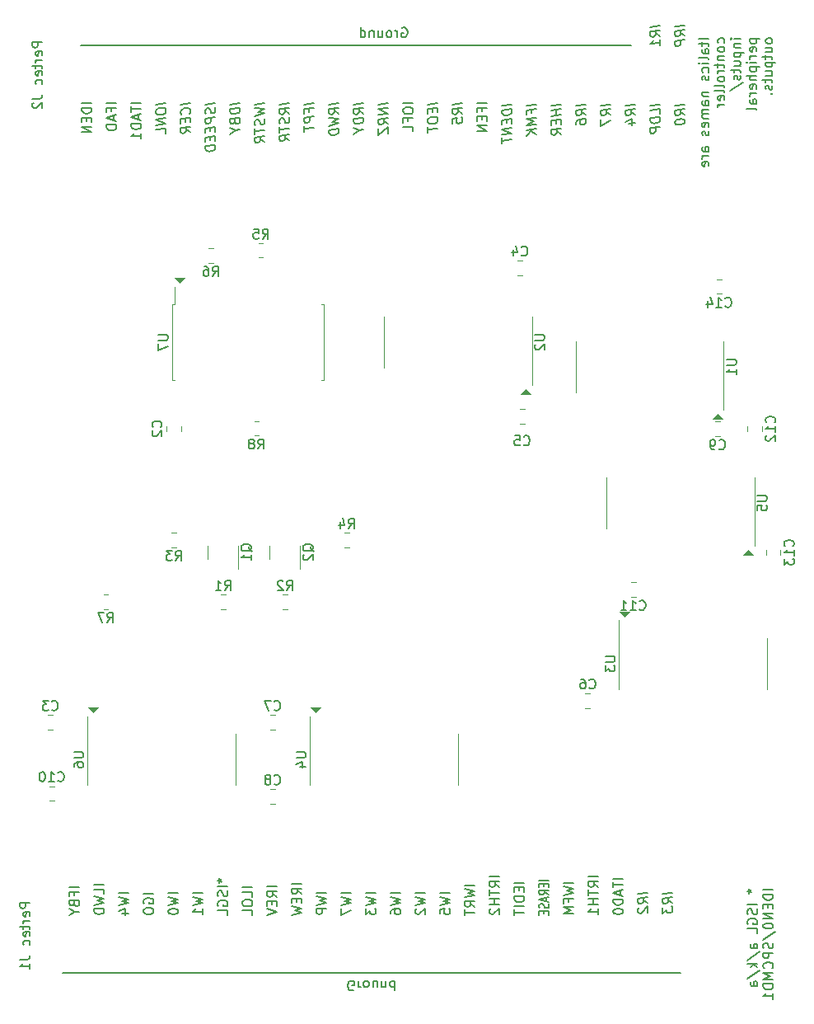
<source format=gbr>
%TF.GenerationSoftware,KiCad,Pcbnew,(6.0.4)*%
%TF.CreationDate,2022-05-22T11:47:51-04:00*%
%TF.ProjectId,pertec_arduino_adapter,70657274-6563-45f6-9172-6475696e6f5f,A1*%
%TF.SameCoordinates,Original*%
%TF.FileFunction,Legend,Bot*%
%TF.FilePolarity,Positive*%
%FSLAX46Y46*%
G04 Gerber Fmt 4.6, Leading zero omitted, Abs format (unit mm)*
G04 Created by KiCad (PCBNEW (6.0.4)) date 2022-05-22 11:47:51*
%MOMM*%
%LPD*%
G01*
G04 APERTURE LIST*
%ADD10C,0.150000*%
%ADD11C,0.152400*%
%ADD12C,0.120000*%
G04 APERTURE END LIST*
D10*
X157480000Y-40640000D02*
X100965000Y-40640000D01*
X99060000Y-135890000D02*
X162560000Y-135890000D01*
D11*
X169440739Y-127486107D02*
X169682643Y-127486107D01*
X169585881Y-127244202D02*
X169682643Y-127486107D01*
X169585881Y-127728012D01*
X169876167Y-127340964D02*
X169682643Y-127486107D01*
X169876167Y-127631250D01*
X170456739Y-128889155D02*
X169440739Y-128889155D01*
X170408358Y-129324583D02*
X170456739Y-129469726D01*
X170456739Y-129711631D01*
X170408358Y-129808393D01*
X170359977Y-129856774D01*
X170263215Y-129905155D01*
X170166453Y-129905155D01*
X170069691Y-129856774D01*
X170021310Y-129808393D01*
X169972929Y-129711631D01*
X169924548Y-129518107D01*
X169876167Y-129421345D01*
X169827786Y-129372964D01*
X169731024Y-129324583D01*
X169634262Y-129324583D01*
X169537500Y-129372964D01*
X169489120Y-129421345D01*
X169440739Y-129518107D01*
X169440739Y-129760012D01*
X169489120Y-129905155D01*
X169489120Y-130872774D02*
X169440739Y-130776012D01*
X169440739Y-130630869D01*
X169489120Y-130485726D01*
X169585881Y-130388964D01*
X169682643Y-130340583D01*
X169876167Y-130292202D01*
X170021310Y-130292202D01*
X170214834Y-130340583D01*
X170311596Y-130388964D01*
X170408358Y-130485726D01*
X170456739Y-130630869D01*
X170456739Y-130727631D01*
X170408358Y-130872774D01*
X170359977Y-130921155D01*
X170021310Y-130921155D01*
X170021310Y-130727631D01*
X170456739Y-131840393D02*
X170456739Y-131356583D01*
X169440739Y-131356583D01*
X170456739Y-133388583D02*
X169924548Y-133388583D01*
X169827786Y-133340202D01*
X169779405Y-133243440D01*
X169779405Y-133049917D01*
X169827786Y-132953155D01*
X170408358Y-133388583D02*
X170456739Y-133291821D01*
X170456739Y-133049917D01*
X170408358Y-132953155D01*
X170311596Y-132904774D01*
X170214834Y-132904774D01*
X170118072Y-132953155D01*
X170069691Y-133049917D01*
X170069691Y-133291821D01*
X170021310Y-133388583D01*
X169392358Y-134598107D02*
X170698643Y-133727250D01*
X170456739Y-134936774D02*
X169440739Y-134936774D01*
X170069691Y-135033536D02*
X170456739Y-135323821D01*
X169779405Y-135323821D02*
X170166453Y-134936774D01*
X169392358Y-136484964D02*
X170698643Y-135614107D01*
X170456739Y-137259060D02*
X169924548Y-137259060D01*
X169827786Y-137210679D01*
X169779405Y-137113917D01*
X169779405Y-136920393D01*
X169827786Y-136823631D01*
X170408358Y-137259060D02*
X170456739Y-137162298D01*
X170456739Y-136920393D01*
X170408358Y-136823631D01*
X170311596Y-136775250D01*
X170214834Y-136775250D01*
X170118072Y-136823631D01*
X170069691Y-136920393D01*
X170069691Y-137162298D01*
X170021310Y-137259060D01*
X172092499Y-127340964D02*
X171076499Y-127340964D01*
X172092499Y-127824774D02*
X171076499Y-127824774D01*
X171076499Y-128066679D01*
X171124880Y-128211821D01*
X171221641Y-128308583D01*
X171318403Y-128356964D01*
X171511927Y-128405345D01*
X171657070Y-128405345D01*
X171850594Y-128356964D01*
X171947356Y-128308583D01*
X172044118Y-128211821D01*
X172092499Y-128066679D01*
X172092499Y-127824774D01*
X171560308Y-128840774D02*
X171560308Y-129179440D01*
X172092499Y-129324583D02*
X172092499Y-128840774D01*
X171076499Y-128840774D01*
X171076499Y-129324583D01*
X172092499Y-129760012D02*
X171076499Y-129760012D01*
X172092499Y-130340583D01*
X171076499Y-130340583D01*
X171076499Y-131017917D02*
X171076499Y-131114679D01*
X171124880Y-131211440D01*
X171173260Y-131259821D01*
X171270022Y-131308202D01*
X171463546Y-131356583D01*
X171705451Y-131356583D01*
X171898975Y-131308202D01*
X171995737Y-131259821D01*
X172044118Y-131211440D01*
X172092499Y-131114679D01*
X172092499Y-131017917D01*
X172044118Y-130921155D01*
X171995737Y-130872774D01*
X171898975Y-130824393D01*
X171705451Y-130776012D01*
X171463546Y-130776012D01*
X171270022Y-130824393D01*
X171173260Y-130872774D01*
X171124880Y-130921155D01*
X171076499Y-131017917D01*
X171028118Y-132517726D02*
X172334403Y-131646869D01*
X172044118Y-132808012D02*
X172092499Y-132953155D01*
X172092499Y-133195060D01*
X172044118Y-133291821D01*
X171995737Y-133340202D01*
X171898975Y-133388583D01*
X171802213Y-133388583D01*
X171705451Y-133340202D01*
X171657070Y-133291821D01*
X171608689Y-133195060D01*
X171560308Y-133001536D01*
X171511927Y-132904774D01*
X171463546Y-132856393D01*
X171366784Y-132808012D01*
X171270022Y-132808012D01*
X171173260Y-132856393D01*
X171124880Y-132904774D01*
X171076499Y-133001536D01*
X171076499Y-133243440D01*
X171124880Y-133388583D01*
X172092499Y-133824012D02*
X171076499Y-133824012D01*
X171076499Y-134211060D01*
X171124880Y-134307821D01*
X171173260Y-134356202D01*
X171270022Y-134404583D01*
X171415165Y-134404583D01*
X171511927Y-134356202D01*
X171560308Y-134307821D01*
X171608689Y-134211060D01*
X171608689Y-133824012D01*
X171995737Y-135420583D02*
X172044118Y-135372202D01*
X172092499Y-135227060D01*
X172092499Y-135130298D01*
X172044118Y-134985155D01*
X171947356Y-134888393D01*
X171850594Y-134840012D01*
X171657070Y-134791631D01*
X171511927Y-134791631D01*
X171318403Y-134840012D01*
X171221641Y-134888393D01*
X171124880Y-134985155D01*
X171076499Y-135130298D01*
X171076499Y-135227060D01*
X171124880Y-135372202D01*
X171173260Y-135420583D01*
X172092499Y-135856012D02*
X171076499Y-135856012D01*
X171802213Y-136194679D01*
X171076499Y-136533345D01*
X172092499Y-136533345D01*
X172092499Y-137017155D02*
X171076499Y-137017155D01*
X171076499Y-137259060D01*
X171124880Y-137404202D01*
X171221641Y-137500964D01*
X171318403Y-137549345D01*
X171511927Y-137597726D01*
X171657070Y-137597726D01*
X171850594Y-137549345D01*
X171947356Y-137500964D01*
X172044118Y-137404202D01*
X172092499Y-137259060D01*
X172092499Y-137017155D01*
X172092499Y-138565345D02*
X172092499Y-137984774D01*
X172092499Y-138275060D02*
X171076499Y-138275060D01*
X171221641Y-138178298D01*
X171318403Y-138081536D01*
X171366784Y-137984774D01*
X104599619Y-46568964D02*
X103583619Y-46568964D01*
X104067428Y-47391440D02*
X104067428Y-47052774D01*
X104599619Y-47052774D02*
X103583619Y-47052774D01*
X103583619Y-47536583D01*
X104309333Y-47875250D02*
X104309333Y-48359060D01*
X104599619Y-47778488D02*
X103583619Y-48117155D01*
X104599619Y-48455821D01*
X104599619Y-48794488D02*
X103583619Y-48794488D01*
X103583619Y-49036393D01*
X103632000Y-49181536D01*
X103728761Y-49278298D01*
X103825523Y-49326679D01*
X104019047Y-49375060D01*
X104164190Y-49375060D01*
X104357714Y-49326679D01*
X104454476Y-49278298D01*
X104551238Y-49181536D01*
X104599619Y-49036393D01*
X104599619Y-48794488D01*
X132539619Y-46575012D02*
X131523619Y-46702012D01*
X132539619Y-47058821D02*
X131523619Y-47185821D01*
X132539619Y-47639393D01*
X131523619Y-47766393D01*
X132539619Y-48703774D02*
X132055809Y-48425583D01*
X132539619Y-48123202D02*
X131523619Y-48250202D01*
X131523619Y-48637250D01*
X131572000Y-48727964D01*
X131620380Y-48770298D01*
X131717142Y-48806583D01*
X131862285Y-48788440D01*
X131959047Y-48727964D01*
X132007428Y-48673536D01*
X132055809Y-48570726D01*
X132055809Y-48183679D01*
X131523619Y-49169440D02*
X131523619Y-49846774D01*
X132539619Y-49042440D01*
X132539619Y-49719774D01*
X146509619Y-126640892D02*
X145493619Y-126640892D01*
X145977428Y-127124701D02*
X145977428Y-127463368D01*
X146509619Y-127608511D02*
X146509619Y-127124701D01*
X145493619Y-127124701D01*
X145493619Y-127608511D01*
X146509619Y-128043940D02*
X145493619Y-128043940D01*
X145493619Y-128285844D01*
X145542000Y-128430987D01*
X145638761Y-128527749D01*
X145735523Y-128576130D01*
X145929047Y-128624511D01*
X146074190Y-128624511D01*
X146267714Y-128576130D01*
X146364476Y-128527749D01*
X146461238Y-128430987D01*
X146509619Y-128285844D01*
X146509619Y-128043940D01*
X146509619Y-129059940D02*
X145493619Y-129059940D01*
X145493619Y-129398606D02*
X145493619Y-129979178D01*
X146509619Y-129688892D02*
X145493619Y-129688892D01*
X159209619Y-127651993D02*
X158193619Y-127778993D01*
X159209619Y-128716374D02*
X158725809Y-128438184D01*
X159209619Y-128135803D02*
X158193619Y-128262803D01*
X158193619Y-128649850D01*
X158242000Y-128740565D01*
X158290380Y-128782898D01*
X158387142Y-128819184D01*
X158532285Y-128801041D01*
X158629047Y-128740565D01*
X158677428Y-128686136D01*
X158725809Y-128583327D01*
X158725809Y-128196279D01*
X158290380Y-129218327D02*
X158242000Y-129272755D01*
X158193619Y-129375565D01*
X158193619Y-129617470D01*
X158242000Y-129708184D01*
X158290380Y-129750517D01*
X158387142Y-129786803D01*
X158483904Y-129774708D01*
X158629047Y-129708184D01*
X159209619Y-129055041D01*
X159209619Y-129683993D01*
X131269619Y-127705273D02*
X130253619Y-127705273D01*
X130253619Y-128092320D02*
X131269619Y-128334225D01*
X130543904Y-128527749D01*
X131269619Y-128721273D01*
X130253619Y-128963178D01*
X130253619Y-129253463D02*
X130253619Y-129882416D01*
X130640666Y-129543749D01*
X130640666Y-129688892D01*
X130689047Y-129785654D01*
X130737428Y-129834035D01*
X130834190Y-129882416D01*
X131076095Y-129882416D01*
X131172857Y-129834035D01*
X131221238Y-129785654D01*
X131269619Y-129688892D01*
X131269619Y-129398606D01*
X131221238Y-129301844D01*
X131172857Y-129253463D01*
X126189619Y-127656892D02*
X125173619Y-127656892D01*
X125173619Y-128043940D02*
X126189619Y-128285844D01*
X125463904Y-128479368D01*
X126189619Y-128672892D01*
X125173619Y-128914797D01*
X126189619Y-129301844D02*
X125173619Y-129301844D01*
X125173619Y-129688892D01*
X125222000Y-129785654D01*
X125270380Y-129834035D01*
X125367142Y-129882416D01*
X125512285Y-129882416D01*
X125609047Y-129834035D01*
X125657428Y-129785654D01*
X125705809Y-129688892D01*
X125705809Y-129301844D01*
X114759619Y-46575012D02*
X113743619Y-46702012D01*
X114711238Y-47016488D02*
X114759619Y-47155583D01*
X114759619Y-47397488D01*
X114711238Y-47500298D01*
X114662857Y-47554726D01*
X114566095Y-47615202D01*
X114469333Y-47627298D01*
X114372571Y-47591012D01*
X114324190Y-47548679D01*
X114275809Y-47457964D01*
X114227428Y-47270488D01*
X114179047Y-47179774D01*
X114130666Y-47137440D01*
X114033904Y-47101155D01*
X113937142Y-47113250D01*
X113840380Y-47173726D01*
X113792000Y-47228155D01*
X113743619Y-47330964D01*
X113743619Y-47572869D01*
X113792000Y-47711964D01*
X114759619Y-48026440D02*
X113743619Y-48153440D01*
X113743619Y-48540488D01*
X113792000Y-48631202D01*
X113840380Y-48673536D01*
X113937142Y-48709821D01*
X114082285Y-48691679D01*
X114179047Y-48631202D01*
X114227428Y-48576774D01*
X114275809Y-48473964D01*
X114275809Y-48086917D01*
X114227428Y-49108964D02*
X114227428Y-49447631D01*
X114759619Y-49526250D02*
X114759619Y-49042440D01*
X113743619Y-49169440D01*
X113743619Y-49653250D01*
X114227428Y-50028202D02*
X114227428Y-50366869D01*
X114759619Y-50445488D02*
X114759619Y-49961679D01*
X113743619Y-50088679D01*
X113743619Y-50572488D01*
X114759619Y-50880917D02*
X113743619Y-51007917D01*
X113743619Y-51249821D01*
X113792000Y-51388917D01*
X113888761Y-51473583D01*
X113985523Y-51509869D01*
X114179047Y-51534060D01*
X114324190Y-51515917D01*
X114517714Y-51443345D01*
X114614476Y-51382869D01*
X114711238Y-51274012D01*
X114759619Y-51122821D01*
X114759619Y-50880917D01*
X136349619Y-127705273D02*
X135333619Y-127705273D01*
X135333619Y-128092320D02*
X136349619Y-128334225D01*
X135623904Y-128527749D01*
X136349619Y-128721273D01*
X135333619Y-128963178D01*
X135430380Y-129301844D02*
X135382000Y-129350225D01*
X135333619Y-129446987D01*
X135333619Y-129688892D01*
X135382000Y-129785654D01*
X135430380Y-129834035D01*
X135527142Y-129882416D01*
X135623904Y-129882416D01*
X135769047Y-129834035D01*
X136349619Y-129253463D01*
X136349619Y-129882416D01*
X115013619Y-126398987D02*
X115255523Y-126398987D01*
X115158761Y-126157082D02*
X115255523Y-126398987D01*
X115158761Y-126640892D01*
X115449047Y-126253844D02*
X115255523Y-126398987D01*
X115449047Y-126544130D01*
X116029619Y-127027940D02*
X115013619Y-127027940D01*
X115981238Y-127463368D02*
X116029619Y-127608511D01*
X116029619Y-127850416D01*
X115981238Y-127947178D01*
X115932857Y-127995559D01*
X115836095Y-128043940D01*
X115739333Y-128043940D01*
X115642571Y-127995559D01*
X115594190Y-127947178D01*
X115545809Y-127850416D01*
X115497428Y-127656892D01*
X115449047Y-127560130D01*
X115400666Y-127511749D01*
X115303904Y-127463368D01*
X115207142Y-127463368D01*
X115110380Y-127511749D01*
X115062000Y-127560130D01*
X115013619Y-127656892D01*
X115013619Y-127898797D01*
X115062000Y-128043940D01*
X115062000Y-129011559D02*
X115013619Y-128914797D01*
X115013619Y-128769654D01*
X115062000Y-128624511D01*
X115158761Y-128527749D01*
X115255523Y-128479368D01*
X115449047Y-128430987D01*
X115594190Y-128430987D01*
X115787714Y-128479368D01*
X115884476Y-128527749D01*
X115981238Y-128624511D01*
X116029619Y-128769654D01*
X116029619Y-128866416D01*
X115981238Y-129011559D01*
X115932857Y-129059940D01*
X115594190Y-129059940D01*
X115594190Y-128866416D01*
X116029619Y-129979178D02*
X116029619Y-129495368D01*
X115013619Y-129495368D01*
D10*
X133937142Y-38870000D02*
X134032380Y-38822380D01*
X134175238Y-38822380D01*
X134318095Y-38870000D01*
X134413333Y-38965238D01*
X134460952Y-39060476D01*
X134508571Y-39250952D01*
X134508571Y-39393809D01*
X134460952Y-39584285D01*
X134413333Y-39679523D01*
X134318095Y-39774761D01*
X134175238Y-39822380D01*
X134080000Y-39822380D01*
X133937142Y-39774761D01*
X133889523Y-39727142D01*
X133889523Y-39393809D01*
X134080000Y-39393809D01*
X133460952Y-39822380D02*
X133460952Y-39155714D01*
X133460952Y-39346190D02*
X133413333Y-39250952D01*
X133365714Y-39203333D01*
X133270476Y-39155714D01*
X133175238Y-39155714D01*
X132699047Y-39822380D02*
X132794285Y-39774761D01*
X132841904Y-39727142D01*
X132889523Y-39631904D01*
X132889523Y-39346190D01*
X132841904Y-39250952D01*
X132794285Y-39203333D01*
X132699047Y-39155714D01*
X132556190Y-39155714D01*
X132460952Y-39203333D01*
X132413333Y-39250952D01*
X132365714Y-39346190D01*
X132365714Y-39631904D01*
X132413333Y-39727142D01*
X132460952Y-39774761D01*
X132556190Y-39822380D01*
X132699047Y-39822380D01*
X131508571Y-39155714D02*
X131508571Y-39822380D01*
X131937142Y-39155714D02*
X131937142Y-39679523D01*
X131889523Y-39774761D01*
X131794285Y-39822380D01*
X131651428Y-39822380D01*
X131556190Y-39774761D01*
X131508571Y-39727142D01*
X131032380Y-39155714D02*
X131032380Y-39822380D01*
X131032380Y-39250952D02*
X130984761Y-39203333D01*
X130889523Y-39155714D01*
X130746666Y-39155714D01*
X130651428Y-39203333D01*
X130603809Y-39298571D01*
X130603809Y-39822380D01*
X129699047Y-39822380D02*
X129699047Y-38822380D01*
X129699047Y-39774761D02*
X129794285Y-39822380D01*
X129984761Y-39822380D01*
X130080000Y-39774761D01*
X130127619Y-39727142D01*
X130175238Y-39631904D01*
X130175238Y-39346190D01*
X130127619Y-39250952D01*
X130080000Y-39203333D01*
X129984761Y-39155714D01*
X129794285Y-39155714D01*
X129699047Y-39203333D01*
D11*
X108409619Y-127753654D02*
X107393619Y-127753654D01*
X107442000Y-128769654D02*
X107393619Y-128672892D01*
X107393619Y-128527749D01*
X107442000Y-128382606D01*
X107538761Y-128285844D01*
X107635523Y-128237463D01*
X107829047Y-128189082D01*
X107974190Y-128189082D01*
X108167714Y-128237463D01*
X108264476Y-128285844D01*
X108361238Y-128382606D01*
X108409619Y-128527749D01*
X108409619Y-128624511D01*
X108361238Y-128769654D01*
X108312857Y-128818035D01*
X107974190Y-128818035D01*
X107974190Y-128624511D01*
X107393619Y-129446987D02*
X107393619Y-129640511D01*
X107442000Y-129737273D01*
X107538761Y-129834035D01*
X107732285Y-129882416D01*
X108070952Y-129882416D01*
X108264476Y-129834035D01*
X108361238Y-129737273D01*
X108409619Y-129640511D01*
X108409619Y-129446987D01*
X108361238Y-129350225D01*
X108264476Y-129253463D01*
X108070952Y-129205082D01*
X107732285Y-129205082D01*
X107538761Y-129253463D01*
X107442000Y-129350225D01*
X107393619Y-129446987D01*
X128729619Y-127705273D02*
X127713619Y-127705273D01*
X127713619Y-128092320D02*
X128729619Y-128334225D01*
X128003904Y-128527749D01*
X128729619Y-128721273D01*
X127713619Y-128963178D01*
X127713619Y-129253463D02*
X127713619Y-129930797D01*
X128729619Y-129495368D01*
X157939619Y-46702012D02*
X156923619Y-46829012D01*
X157939619Y-47766393D02*
X157455809Y-47488202D01*
X157939619Y-47185821D02*
X156923619Y-47312821D01*
X156923619Y-47699869D01*
X156972000Y-47790583D01*
X157020380Y-47832917D01*
X157117142Y-47869202D01*
X157262285Y-47851060D01*
X157359047Y-47790583D01*
X157407428Y-47736155D01*
X157455809Y-47633345D01*
X157455809Y-47246298D01*
X157262285Y-48721917D02*
X157939619Y-48637250D01*
X156875238Y-48528393D02*
X157600952Y-48195774D01*
X157600952Y-48824726D01*
D10*
X128952857Y-137660000D02*
X128857619Y-137707619D01*
X128714761Y-137707619D01*
X128571904Y-137660000D01*
X128476666Y-137564761D01*
X128429047Y-137469523D01*
X128381428Y-137279047D01*
X128381428Y-137136190D01*
X128429047Y-136945714D01*
X128476666Y-136850476D01*
X128571904Y-136755238D01*
X128714761Y-136707619D01*
X128810000Y-136707619D01*
X128952857Y-136755238D01*
X129000476Y-136802857D01*
X129000476Y-137136190D01*
X128810000Y-137136190D01*
X129429047Y-136707619D02*
X129429047Y-137374285D01*
X129429047Y-137183809D02*
X129476666Y-137279047D01*
X129524285Y-137326666D01*
X129619523Y-137374285D01*
X129714761Y-137374285D01*
X130190952Y-136707619D02*
X130095714Y-136755238D01*
X130048095Y-136802857D01*
X130000476Y-136898095D01*
X130000476Y-137183809D01*
X130048095Y-137279047D01*
X130095714Y-137326666D01*
X130190952Y-137374285D01*
X130333809Y-137374285D01*
X130429047Y-137326666D01*
X130476666Y-137279047D01*
X130524285Y-137183809D01*
X130524285Y-136898095D01*
X130476666Y-136802857D01*
X130429047Y-136755238D01*
X130333809Y-136707619D01*
X130190952Y-136707619D01*
X131381428Y-137374285D02*
X131381428Y-136707619D01*
X130952857Y-137374285D02*
X130952857Y-136850476D01*
X131000476Y-136755238D01*
X131095714Y-136707619D01*
X131238571Y-136707619D01*
X131333809Y-136755238D01*
X131381428Y-136802857D01*
X131857619Y-137374285D02*
X131857619Y-136707619D01*
X131857619Y-137279047D02*
X131905238Y-137326666D01*
X132000476Y-137374285D01*
X132143333Y-137374285D01*
X132238571Y-137326666D01*
X132286190Y-137231428D01*
X132286190Y-136707619D01*
X133190952Y-136707619D02*
X133190952Y-137707619D01*
X133190952Y-136755238D02*
X133095714Y-136707619D01*
X132905238Y-136707619D01*
X132810000Y-136755238D01*
X132762380Y-136802857D01*
X132714761Y-136898095D01*
X132714761Y-137183809D01*
X132762380Y-137279047D01*
X132810000Y-137326666D01*
X132905238Y-137374285D01*
X133095714Y-137374285D01*
X133190952Y-137326666D01*
D11*
X109679619Y-46575012D02*
X108663619Y-46702012D01*
X108663619Y-47379345D02*
X108663619Y-47572869D01*
X108712000Y-47663583D01*
X108808761Y-47748250D01*
X109002285Y-47772440D01*
X109340952Y-47730107D01*
X109534476Y-47657536D01*
X109631238Y-47548679D01*
X109679619Y-47445869D01*
X109679619Y-47252345D01*
X109631238Y-47161631D01*
X109534476Y-47076964D01*
X109340952Y-47052774D01*
X109002285Y-47095107D01*
X108808761Y-47167679D01*
X108712000Y-47276536D01*
X108663619Y-47379345D01*
X109679619Y-48123202D02*
X108663619Y-48250202D01*
X109679619Y-48703774D01*
X108663619Y-48830774D01*
X109679619Y-49671393D02*
X109679619Y-49187583D01*
X108663619Y-49314583D01*
X161749619Y-127651993D02*
X160733619Y-127778993D01*
X161749619Y-128716374D02*
X161265809Y-128438184D01*
X161749619Y-128135803D02*
X160733619Y-128262803D01*
X160733619Y-128649850D01*
X160782000Y-128740565D01*
X160830380Y-128782898D01*
X160927142Y-128819184D01*
X161072285Y-128801041D01*
X161169047Y-128740565D01*
X161217428Y-128686136D01*
X161265809Y-128583327D01*
X161265809Y-128196279D01*
X160733619Y-129182041D02*
X160733619Y-129810993D01*
X161120666Y-129423946D01*
X161120666Y-129569089D01*
X161169047Y-129659803D01*
X161217428Y-129702136D01*
X161314190Y-129738422D01*
X161556095Y-129708184D01*
X161652857Y-129647708D01*
X161701238Y-129593279D01*
X161749619Y-129490470D01*
X161749619Y-129200184D01*
X161701238Y-129109470D01*
X161652857Y-129067136D01*
X102059619Y-46568964D02*
X101043619Y-46568964D01*
X102059619Y-47052774D02*
X101043619Y-47052774D01*
X101043619Y-47294679D01*
X101092000Y-47439821D01*
X101188761Y-47536583D01*
X101285523Y-47584964D01*
X101479047Y-47633345D01*
X101624190Y-47633345D01*
X101817714Y-47584964D01*
X101914476Y-47536583D01*
X102011238Y-47439821D01*
X102059619Y-47294679D01*
X102059619Y-47052774D01*
X101527428Y-48068774D02*
X101527428Y-48407440D01*
X102059619Y-48552583D02*
X102059619Y-48068774D01*
X101043619Y-48068774D01*
X101043619Y-48552583D01*
X102059619Y-48988012D02*
X101043619Y-48988012D01*
X102059619Y-49568583D01*
X101043619Y-49568583D01*
X113489619Y-127705273D02*
X112473619Y-127705273D01*
X112473619Y-128092320D02*
X113489619Y-128334225D01*
X112763904Y-128527749D01*
X113489619Y-128721273D01*
X112473619Y-128963178D01*
X113489619Y-129882416D02*
X113489619Y-129301844D01*
X113489619Y-129592130D02*
X112473619Y-129592130D01*
X112618761Y-129495368D01*
X112715523Y-129398606D01*
X112763904Y-129301844D01*
X110949619Y-127705273D02*
X109933619Y-127705273D01*
X109933619Y-128092320D02*
X110949619Y-128334225D01*
X110223904Y-128527749D01*
X110949619Y-128721273D01*
X109933619Y-128963178D01*
X109933619Y-129543749D02*
X109933619Y-129640511D01*
X109982000Y-129737273D01*
X110030380Y-129785654D01*
X110127142Y-129834035D01*
X110320666Y-129882416D01*
X110562571Y-129882416D01*
X110756095Y-129834035D01*
X110852857Y-129785654D01*
X110901238Y-129737273D01*
X110949619Y-129640511D01*
X110949619Y-129543749D01*
X110901238Y-129446987D01*
X110852857Y-129398606D01*
X110756095Y-129350225D01*
X110562571Y-129301844D01*
X110320666Y-129301844D01*
X110127142Y-129350225D01*
X110030380Y-129398606D01*
X109982000Y-129446987D01*
X109933619Y-129543749D01*
X121109619Y-127027940D02*
X120093619Y-127027940D01*
X121109619Y-128092320D02*
X120625809Y-127753654D01*
X121109619Y-127511749D02*
X120093619Y-127511749D01*
X120093619Y-127898797D01*
X120142000Y-127995559D01*
X120190380Y-128043940D01*
X120287142Y-128092320D01*
X120432285Y-128092320D01*
X120529047Y-128043940D01*
X120577428Y-127995559D01*
X120625809Y-127898797D01*
X120625809Y-127511749D01*
X120577428Y-128527749D02*
X120577428Y-128866416D01*
X121109619Y-129011559D02*
X121109619Y-128527749D01*
X120093619Y-128527749D01*
X120093619Y-129011559D01*
X120093619Y-129301844D02*
X121109619Y-129640511D01*
X120093619Y-129979178D01*
D10*
X95702380Y-128699047D02*
X94702380Y-128699047D01*
X94702380Y-129080000D01*
X94750000Y-129175238D01*
X94797619Y-129222857D01*
X94892857Y-129270476D01*
X95035714Y-129270476D01*
X95130952Y-129222857D01*
X95178571Y-129175238D01*
X95226190Y-129080000D01*
X95226190Y-128699047D01*
X95654761Y-130080000D02*
X95702380Y-129984761D01*
X95702380Y-129794285D01*
X95654761Y-129699047D01*
X95559523Y-129651428D01*
X95178571Y-129651428D01*
X95083333Y-129699047D01*
X95035714Y-129794285D01*
X95035714Y-129984761D01*
X95083333Y-130080000D01*
X95178571Y-130127619D01*
X95273809Y-130127619D01*
X95369047Y-129651428D01*
X95702380Y-130556190D02*
X95035714Y-130556190D01*
X95226190Y-130556190D02*
X95130952Y-130603809D01*
X95083333Y-130651428D01*
X95035714Y-130746666D01*
X95035714Y-130841904D01*
X95035714Y-131032380D02*
X95035714Y-131413333D01*
X94702380Y-131175238D02*
X95559523Y-131175238D01*
X95654761Y-131222857D01*
X95702380Y-131318095D01*
X95702380Y-131413333D01*
X95654761Y-132127619D02*
X95702380Y-132032380D01*
X95702380Y-131841904D01*
X95654761Y-131746666D01*
X95559523Y-131699047D01*
X95178571Y-131699047D01*
X95083333Y-131746666D01*
X95035714Y-131841904D01*
X95035714Y-132032380D01*
X95083333Y-132127619D01*
X95178571Y-132175238D01*
X95273809Y-132175238D01*
X95369047Y-131699047D01*
X95654761Y-133032380D02*
X95702380Y-132937142D01*
X95702380Y-132746666D01*
X95654761Y-132651428D01*
X95607142Y-132603809D01*
X95511904Y-132556190D01*
X95226190Y-132556190D01*
X95130952Y-132603809D01*
X95083333Y-132651428D01*
X95035714Y-132746666D01*
X95035714Y-132937142D01*
X95083333Y-133032380D01*
X94702380Y-134508571D02*
X95416666Y-134508571D01*
X95559523Y-134460952D01*
X95654761Y-134365714D01*
X95702380Y-134222857D01*
X95702380Y-134127619D01*
X95702380Y-135508571D02*
X95702380Y-134937142D01*
X95702380Y-135222857D02*
X94702380Y-135222857D01*
X94845238Y-135127619D01*
X94940476Y-135032380D01*
X94988095Y-134937142D01*
D11*
X135079619Y-46568964D02*
X134063619Y-46568964D01*
X134063619Y-47246298D02*
X134063619Y-47439821D01*
X134112000Y-47536583D01*
X134208761Y-47633345D01*
X134402285Y-47681726D01*
X134740952Y-47681726D01*
X134934476Y-47633345D01*
X135031238Y-47536583D01*
X135079619Y-47439821D01*
X135079619Y-47246298D01*
X135031238Y-47149536D01*
X134934476Y-47052774D01*
X134740952Y-47004393D01*
X134402285Y-47004393D01*
X134208761Y-47052774D01*
X134112000Y-47149536D01*
X134063619Y-47246298D01*
X134547428Y-48455821D02*
X134547428Y-48117155D01*
X135079619Y-48117155D02*
X134063619Y-48117155D01*
X134063619Y-48600964D01*
X135079619Y-49471821D02*
X135079619Y-48988012D01*
X134063619Y-48988012D01*
X165463099Y-39964964D02*
X164447099Y-39964964D01*
X164785765Y-40303631D02*
X164785765Y-40690679D01*
X164447099Y-40448774D02*
X165317956Y-40448774D01*
X165414718Y-40497155D01*
X165463099Y-40593917D01*
X165463099Y-40690679D01*
X165463099Y-41464774D02*
X164930908Y-41464774D01*
X164834146Y-41416393D01*
X164785765Y-41319631D01*
X164785765Y-41126107D01*
X164834146Y-41029345D01*
X165414718Y-41464774D02*
X165463099Y-41368012D01*
X165463099Y-41126107D01*
X165414718Y-41029345D01*
X165317956Y-40980964D01*
X165221194Y-40980964D01*
X165124432Y-41029345D01*
X165076051Y-41126107D01*
X165076051Y-41368012D01*
X165027670Y-41464774D01*
X165463099Y-42093726D02*
X165414718Y-41996964D01*
X165317956Y-41948583D01*
X164447099Y-41948583D01*
X165463099Y-42480774D02*
X164785765Y-42480774D01*
X164447099Y-42480774D02*
X164495480Y-42432393D01*
X164543860Y-42480774D01*
X164495480Y-42529155D01*
X164447099Y-42480774D01*
X164543860Y-42480774D01*
X165414718Y-43400012D02*
X165463099Y-43303250D01*
X165463099Y-43109726D01*
X165414718Y-43012964D01*
X165366337Y-42964583D01*
X165269575Y-42916202D01*
X164979289Y-42916202D01*
X164882527Y-42964583D01*
X164834146Y-43012964D01*
X164785765Y-43109726D01*
X164785765Y-43303250D01*
X164834146Y-43400012D01*
X165414718Y-43787060D02*
X165463099Y-43883821D01*
X165463099Y-44077345D01*
X165414718Y-44174107D01*
X165317956Y-44222488D01*
X165269575Y-44222488D01*
X165172813Y-44174107D01*
X165124432Y-44077345D01*
X165124432Y-43932202D01*
X165076051Y-43835440D01*
X164979289Y-43787060D01*
X164930908Y-43787060D01*
X164834146Y-43835440D01*
X164785765Y-43932202D01*
X164785765Y-44077345D01*
X164834146Y-44174107D01*
X164785765Y-45432012D02*
X165463099Y-45432012D01*
X164882527Y-45432012D02*
X164834146Y-45480393D01*
X164785765Y-45577155D01*
X164785765Y-45722298D01*
X164834146Y-45819060D01*
X164930908Y-45867440D01*
X165463099Y-45867440D01*
X165463099Y-46786679D02*
X164930908Y-46786679D01*
X164834146Y-46738298D01*
X164785765Y-46641536D01*
X164785765Y-46448012D01*
X164834146Y-46351250D01*
X165414718Y-46786679D02*
X165463099Y-46689917D01*
X165463099Y-46448012D01*
X165414718Y-46351250D01*
X165317956Y-46302869D01*
X165221194Y-46302869D01*
X165124432Y-46351250D01*
X165076051Y-46448012D01*
X165076051Y-46689917D01*
X165027670Y-46786679D01*
X165463099Y-47270488D02*
X164785765Y-47270488D01*
X164882527Y-47270488D02*
X164834146Y-47318869D01*
X164785765Y-47415631D01*
X164785765Y-47560774D01*
X164834146Y-47657536D01*
X164930908Y-47705917D01*
X165463099Y-47705917D01*
X164930908Y-47705917D02*
X164834146Y-47754298D01*
X164785765Y-47851060D01*
X164785765Y-47996202D01*
X164834146Y-48092964D01*
X164930908Y-48141345D01*
X165463099Y-48141345D01*
X165414718Y-49012202D02*
X165463099Y-48915440D01*
X165463099Y-48721917D01*
X165414718Y-48625155D01*
X165317956Y-48576774D01*
X164930908Y-48576774D01*
X164834146Y-48625155D01*
X164785765Y-48721917D01*
X164785765Y-48915440D01*
X164834146Y-49012202D01*
X164930908Y-49060583D01*
X165027670Y-49060583D01*
X165124432Y-48576774D01*
X165414718Y-49447631D02*
X165463099Y-49544393D01*
X165463099Y-49737917D01*
X165414718Y-49834679D01*
X165317956Y-49883060D01*
X165269575Y-49883060D01*
X165172813Y-49834679D01*
X165124432Y-49737917D01*
X165124432Y-49592774D01*
X165076051Y-49496012D01*
X164979289Y-49447631D01*
X164930908Y-49447631D01*
X164834146Y-49496012D01*
X164785765Y-49592774D01*
X164785765Y-49737917D01*
X164834146Y-49834679D01*
X165463099Y-51528012D02*
X164930908Y-51528012D01*
X164834146Y-51479631D01*
X164785765Y-51382869D01*
X164785765Y-51189345D01*
X164834146Y-51092583D01*
X165414718Y-51528012D02*
X165463099Y-51431250D01*
X165463099Y-51189345D01*
X165414718Y-51092583D01*
X165317956Y-51044202D01*
X165221194Y-51044202D01*
X165124432Y-51092583D01*
X165076051Y-51189345D01*
X165076051Y-51431250D01*
X165027670Y-51528012D01*
X165463099Y-52011821D02*
X164785765Y-52011821D01*
X164979289Y-52011821D02*
X164882527Y-52060202D01*
X164834146Y-52108583D01*
X164785765Y-52205345D01*
X164785765Y-52302107D01*
X165414718Y-53027821D02*
X165463099Y-52931060D01*
X165463099Y-52737536D01*
X165414718Y-52640774D01*
X165317956Y-52592393D01*
X164930908Y-52592393D01*
X164834146Y-52640774D01*
X164785765Y-52737536D01*
X164785765Y-52931060D01*
X164834146Y-53027821D01*
X164930908Y-53076202D01*
X165027670Y-53076202D01*
X165124432Y-52592393D01*
X167050478Y-40400393D02*
X167098859Y-40303631D01*
X167098859Y-40110107D01*
X167050478Y-40013345D01*
X167002097Y-39964964D01*
X166905335Y-39916583D01*
X166615049Y-39916583D01*
X166518287Y-39964964D01*
X166469906Y-40013345D01*
X166421525Y-40110107D01*
X166421525Y-40303631D01*
X166469906Y-40400393D01*
X167098859Y-40980964D02*
X167050478Y-40884202D01*
X167002097Y-40835821D01*
X166905335Y-40787440D01*
X166615049Y-40787440D01*
X166518287Y-40835821D01*
X166469906Y-40884202D01*
X166421525Y-40980964D01*
X166421525Y-41126107D01*
X166469906Y-41222869D01*
X166518287Y-41271250D01*
X166615049Y-41319631D01*
X166905335Y-41319631D01*
X167002097Y-41271250D01*
X167050478Y-41222869D01*
X167098859Y-41126107D01*
X167098859Y-40980964D01*
X166421525Y-41755060D02*
X167098859Y-41755060D01*
X166518287Y-41755060D02*
X166469906Y-41803440D01*
X166421525Y-41900202D01*
X166421525Y-42045345D01*
X166469906Y-42142107D01*
X166566668Y-42190488D01*
X167098859Y-42190488D01*
X166421525Y-42529155D02*
X166421525Y-42916202D01*
X166082859Y-42674298D02*
X166953716Y-42674298D01*
X167050478Y-42722679D01*
X167098859Y-42819440D01*
X167098859Y-42916202D01*
X167098859Y-43254869D02*
X166421525Y-43254869D01*
X166615049Y-43254869D02*
X166518287Y-43303250D01*
X166469906Y-43351631D01*
X166421525Y-43448393D01*
X166421525Y-43545155D01*
X167098859Y-44028964D02*
X167050478Y-43932202D01*
X167002097Y-43883821D01*
X166905335Y-43835440D01*
X166615049Y-43835440D01*
X166518287Y-43883821D01*
X166469906Y-43932202D01*
X166421525Y-44028964D01*
X166421525Y-44174107D01*
X166469906Y-44270869D01*
X166518287Y-44319250D01*
X166615049Y-44367631D01*
X166905335Y-44367631D01*
X167002097Y-44319250D01*
X167050478Y-44270869D01*
X167098859Y-44174107D01*
X167098859Y-44028964D01*
X167098859Y-44948202D02*
X167050478Y-44851440D01*
X166953716Y-44803060D01*
X166082859Y-44803060D01*
X167098859Y-45480393D02*
X167050478Y-45383631D01*
X166953716Y-45335250D01*
X166082859Y-45335250D01*
X167050478Y-46254488D02*
X167098859Y-46157726D01*
X167098859Y-45964202D01*
X167050478Y-45867440D01*
X166953716Y-45819060D01*
X166566668Y-45819060D01*
X166469906Y-45867440D01*
X166421525Y-45964202D01*
X166421525Y-46157726D01*
X166469906Y-46254488D01*
X166566668Y-46302869D01*
X166663430Y-46302869D01*
X166760192Y-45819060D01*
X167098859Y-46738298D02*
X166421525Y-46738298D01*
X166615049Y-46738298D02*
X166518287Y-46786679D01*
X166469906Y-46835060D01*
X166421525Y-46931821D01*
X166421525Y-47028583D01*
X168734619Y-39964964D02*
X168057285Y-39964964D01*
X167718619Y-39964964D02*
X167767000Y-39916583D01*
X167815380Y-39964964D01*
X167767000Y-40013345D01*
X167718619Y-39964964D01*
X167815380Y-39964964D01*
X168057285Y-40448774D02*
X168734619Y-40448774D01*
X168154047Y-40448774D02*
X168105666Y-40497155D01*
X168057285Y-40593917D01*
X168057285Y-40739060D01*
X168105666Y-40835821D01*
X168202428Y-40884202D01*
X168734619Y-40884202D01*
X168057285Y-41368012D02*
X169073285Y-41368012D01*
X168105666Y-41368012D02*
X168057285Y-41464774D01*
X168057285Y-41658298D01*
X168105666Y-41755060D01*
X168154047Y-41803440D01*
X168250809Y-41851821D01*
X168541095Y-41851821D01*
X168637857Y-41803440D01*
X168686238Y-41755060D01*
X168734619Y-41658298D01*
X168734619Y-41464774D01*
X168686238Y-41368012D01*
X168057285Y-42722679D02*
X168734619Y-42722679D01*
X168057285Y-42287250D02*
X168589476Y-42287250D01*
X168686238Y-42335631D01*
X168734619Y-42432393D01*
X168734619Y-42577536D01*
X168686238Y-42674298D01*
X168637857Y-42722679D01*
X168057285Y-43061345D02*
X168057285Y-43448393D01*
X167718619Y-43206488D02*
X168589476Y-43206488D01*
X168686238Y-43254869D01*
X168734619Y-43351631D01*
X168734619Y-43448393D01*
X168686238Y-43738679D02*
X168734619Y-43835440D01*
X168734619Y-44028964D01*
X168686238Y-44125726D01*
X168589476Y-44174107D01*
X168541095Y-44174107D01*
X168444333Y-44125726D01*
X168395952Y-44028964D01*
X168395952Y-43883821D01*
X168347571Y-43787060D01*
X168250809Y-43738679D01*
X168202428Y-43738679D01*
X168105666Y-43787060D01*
X168057285Y-43883821D01*
X168057285Y-44028964D01*
X168105666Y-44125726D01*
X167670238Y-45335250D02*
X168976523Y-44464393D01*
X169693045Y-39964964D02*
X170709045Y-39964964D01*
X169741426Y-39964964D02*
X169693045Y-40061726D01*
X169693045Y-40255250D01*
X169741426Y-40352012D01*
X169789807Y-40400393D01*
X169886569Y-40448774D01*
X170176855Y-40448774D01*
X170273617Y-40400393D01*
X170321998Y-40352012D01*
X170370379Y-40255250D01*
X170370379Y-40061726D01*
X170321998Y-39964964D01*
X170321998Y-41271250D02*
X170370379Y-41174488D01*
X170370379Y-40980964D01*
X170321998Y-40884202D01*
X170225236Y-40835821D01*
X169838188Y-40835821D01*
X169741426Y-40884202D01*
X169693045Y-40980964D01*
X169693045Y-41174488D01*
X169741426Y-41271250D01*
X169838188Y-41319631D01*
X169934950Y-41319631D01*
X170031712Y-40835821D01*
X170370379Y-41755060D02*
X169693045Y-41755060D01*
X169886569Y-41755060D02*
X169789807Y-41803440D01*
X169741426Y-41851821D01*
X169693045Y-41948583D01*
X169693045Y-42045345D01*
X170370379Y-42384012D02*
X169693045Y-42384012D01*
X169354379Y-42384012D02*
X169402760Y-42335631D01*
X169451140Y-42384012D01*
X169402760Y-42432393D01*
X169354379Y-42384012D01*
X169451140Y-42384012D01*
X169693045Y-42867821D02*
X170709045Y-42867821D01*
X169741426Y-42867821D02*
X169693045Y-42964583D01*
X169693045Y-43158107D01*
X169741426Y-43254869D01*
X169789807Y-43303250D01*
X169886569Y-43351631D01*
X170176855Y-43351631D01*
X170273617Y-43303250D01*
X170321998Y-43254869D01*
X170370379Y-43158107D01*
X170370379Y-42964583D01*
X170321998Y-42867821D01*
X170370379Y-43787060D02*
X169354379Y-43787060D01*
X170370379Y-44222488D02*
X169838188Y-44222488D01*
X169741426Y-44174107D01*
X169693045Y-44077345D01*
X169693045Y-43932202D01*
X169741426Y-43835440D01*
X169789807Y-43787060D01*
X170321998Y-45093345D02*
X170370379Y-44996583D01*
X170370379Y-44803060D01*
X170321998Y-44706298D01*
X170225236Y-44657917D01*
X169838188Y-44657917D01*
X169741426Y-44706298D01*
X169693045Y-44803060D01*
X169693045Y-44996583D01*
X169741426Y-45093345D01*
X169838188Y-45141726D01*
X169934950Y-45141726D01*
X170031712Y-44657917D01*
X170370379Y-45577155D02*
X169693045Y-45577155D01*
X169886569Y-45577155D02*
X169789807Y-45625536D01*
X169741426Y-45673917D01*
X169693045Y-45770679D01*
X169693045Y-45867440D01*
X170370379Y-46641536D02*
X169838188Y-46641536D01*
X169741426Y-46593155D01*
X169693045Y-46496393D01*
X169693045Y-46302869D01*
X169741426Y-46206107D01*
X170321998Y-46641536D02*
X170370379Y-46544774D01*
X170370379Y-46302869D01*
X170321998Y-46206107D01*
X170225236Y-46157726D01*
X170128474Y-46157726D01*
X170031712Y-46206107D01*
X169983331Y-46302869D01*
X169983331Y-46544774D01*
X169934950Y-46641536D01*
X170370379Y-47270488D02*
X170321998Y-47173726D01*
X170225236Y-47125345D01*
X169354379Y-47125345D01*
X172006139Y-40110107D02*
X171957758Y-40013345D01*
X171909377Y-39964964D01*
X171812615Y-39916583D01*
X171522329Y-39916583D01*
X171425567Y-39964964D01*
X171377186Y-40013345D01*
X171328805Y-40110107D01*
X171328805Y-40255250D01*
X171377186Y-40352012D01*
X171425567Y-40400393D01*
X171522329Y-40448774D01*
X171812615Y-40448774D01*
X171909377Y-40400393D01*
X171957758Y-40352012D01*
X172006139Y-40255250D01*
X172006139Y-40110107D01*
X171328805Y-41319631D02*
X172006139Y-41319631D01*
X171328805Y-40884202D02*
X171860996Y-40884202D01*
X171957758Y-40932583D01*
X172006139Y-41029345D01*
X172006139Y-41174488D01*
X171957758Y-41271250D01*
X171909377Y-41319631D01*
X171328805Y-41658298D02*
X171328805Y-42045345D01*
X170990139Y-41803440D02*
X171860996Y-41803440D01*
X171957758Y-41851821D01*
X172006139Y-41948583D01*
X172006139Y-42045345D01*
X171328805Y-42384012D02*
X172344805Y-42384012D01*
X171377186Y-42384012D02*
X171328805Y-42480774D01*
X171328805Y-42674298D01*
X171377186Y-42771060D01*
X171425567Y-42819440D01*
X171522329Y-42867821D01*
X171812615Y-42867821D01*
X171909377Y-42819440D01*
X171957758Y-42771060D01*
X172006139Y-42674298D01*
X172006139Y-42480774D01*
X171957758Y-42384012D01*
X171328805Y-43738679D02*
X172006139Y-43738679D01*
X171328805Y-43303250D02*
X171860996Y-43303250D01*
X171957758Y-43351631D01*
X172006139Y-43448393D01*
X172006139Y-43593536D01*
X171957758Y-43690298D01*
X171909377Y-43738679D01*
X171328805Y-44077345D02*
X171328805Y-44464393D01*
X170990139Y-44222488D02*
X171860996Y-44222488D01*
X171957758Y-44270869D01*
X172006139Y-44367631D01*
X172006139Y-44464393D01*
X171957758Y-44754679D02*
X172006139Y-44851440D01*
X172006139Y-45044964D01*
X171957758Y-45141726D01*
X171860996Y-45190107D01*
X171812615Y-45190107D01*
X171715853Y-45141726D01*
X171667472Y-45044964D01*
X171667472Y-44899821D01*
X171619091Y-44803060D01*
X171522329Y-44754679D01*
X171473948Y-44754679D01*
X171377186Y-44803060D01*
X171328805Y-44899821D01*
X171328805Y-45044964D01*
X171377186Y-45141726D01*
X171909377Y-45625536D02*
X171957758Y-45673917D01*
X172006139Y-45625536D01*
X171957758Y-45577155D01*
X171909377Y-45625536D01*
X172006139Y-45625536D01*
X151589619Y-126640892D02*
X150573619Y-126640892D01*
X150573619Y-127027940D02*
X151589619Y-127269844D01*
X150863904Y-127463368D01*
X151589619Y-127656892D01*
X150573619Y-127898797D01*
X151057428Y-128624511D02*
X151057428Y-128285844D01*
X151589619Y-128285844D02*
X150573619Y-128285844D01*
X150573619Y-128769654D01*
X151589619Y-129156701D02*
X150573619Y-129156701D01*
X151299333Y-129495368D01*
X150573619Y-129834035D01*
X151589619Y-129834035D01*
X117299619Y-46575012D02*
X116283619Y-46702012D01*
X117299619Y-47058821D02*
X116283619Y-47185821D01*
X116283619Y-47427726D01*
X116332000Y-47566821D01*
X116428761Y-47651488D01*
X116525523Y-47687774D01*
X116719047Y-47711964D01*
X116864190Y-47693821D01*
X117057714Y-47621250D01*
X117154476Y-47560774D01*
X117251238Y-47451917D01*
X117299619Y-47300726D01*
X117299619Y-47058821D01*
X116767428Y-48480012D02*
X116815809Y-48619107D01*
X116864190Y-48661440D01*
X116960952Y-48697726D01*
X117106095Y-48679583D01*
X117202857Y-48619107D01*
X117251238Y-48564679D01*
X117299619Y-48461869D01*
X117299619Y-48074821D01*
X116283619Y-48201821D01*
X116283619Y-48540488D01*
X116332000Y-48631202D01*
X116380380Y-48673536D01*
X116477142Y-48709821D01*
X116573904Y-48697726D01*
X116670666Y-48637250D01*
X116719047Y-48582821D01*
X116767428Y-48480012D01*
X116767428Y-48141345D01*
X116815809Y-49344821D02*
X117299619Y-49284345D01*
X116283619Y-49072679D02*
X116815809Y-49344821D01*
X116283619Y-49750012D01*
X119839619Y-46575012D02*
X118823619Y-46702012D01*
X118823619Y-47089060D02*
X119839619Y-47203964D01*
X119113904Y-47488202D01*
X119839619Y-47591012D01*
X118823619Y-47959917D01*
X119791238Y-48177631D02*
X119839619Y-48316726D01*
X119839619Y-48558631D01*
X119791238Y-48661440D01*
X119742857Y-48715869D01*
X119646095Y-48776345D01*
X119549333Y-48788440D01*
X119452571Y-48752155D01*
X119404190Y-48709821D01*
X119355809Y-48619107D01*
X119307428Y-48431631D01*
X119259047Y-48340917D01*
X119210666Y-48298583D01*
X119113904Y-48262298D01*
X119017142Y-48274393D01*
X118920380Y-48334869D01*
X118872000Y-48389298D01*
X118823619Y-48492107D01*
X118823619Y-48734012D01*
X118872000Y-48873107D01*
X118823619Y-49169440D02*
X118823619Y-49750012D01*
X119839619Y-49332726D02*
X118823619Y-49459726D01*
X119839619Y-50542250D02*
X119355809Y-50264060D01*
X119839619Y-49961679D02*
X118823619Y-50088679D01*
X118823619Y-50475726D01*
X118872000Y-50566440D01*
X118920380Y-50608774D01*
X119017142Y-50645060D01*
X119162285Y-50626917D01*
X119259047Y-50566440D01*
X119307428Y-50512012D01*
X119355809Y-50409202D01*
X119355809Y-50022155D01*
X137619619Y-46575012D02*
X136603619Y-46702012D01*
X137087428Y-47125345D02*
X137087428Y-47464012D01*
X137619619Y-47542631D02*
X137619619Y-47058821D01*
X136603619Y-47185821D01*
X136603619Y-47669631D01*
X136603619Y-48298583D02*
X136603619Y-48492107D01*
X136652000Y-48582821D01*
X136748761Y-48667488D01*
X136942285Y-48691679D01*
X137280952Y-48649345D01*
X137474476Y-48576774D01*
X137571238Y-48467917D01*
X137619619Y-48365107D01*
X137619619Y-48171583D01*
X137571238Y-48080869D01*
X137474476Y-47996202D01*
X137280952Y-47972012D01*
X136942285Y-48014345D01*
X136748761Y-48086917D01*
X136652000Y-48195774D01*
X136603619Y-48298583D01*
X136603619Y-49024298D02*
X136603619Y-49604869D01*
X137619619Y-49187583D02*
X136603619Y-49314583D01*
D10*
X96972380Y-40307047D02*
X95972380Y-40307047D01*
X95972380Y-40688000D01*
X96020000Y-40783238D01*
X96067619Y-40830857D01*
X96162857Y-40878476D01*
X96305714Y-40878476D01*
X96400952Y-40830857D01*
X96448571Y-40783238D01*
X96496190Y-40688000D01*
X96496190Y-40307047D01*
X96924761Y-41688000D02*
X96972380Y-41592761D01*
X96972380Y-41402285D01*
X96924761Y-41307047D01*
X96829523Y-41259428D01*
X96448571Y-41259428D01*
X96353333Y-41307047D01*
X96305714Y-41402285D01*
X96305714Y-41592761D01*
X96353333Y-41688000D01*
X96448571Y-41735619D01*
X96543809Y-41735619D01*
X96639047Y-41259428D01*
X96972380Y-42164190D02*
X96305714Y-42164190D01*
X96496190Y-42164190D02*
X96400952Y-42211809D01*
X96353333Y-42259428D01*
X96305714Y-42354666D01*
X96305714Y-42449904D01*
X96305714Y-42640380D02*
X96305714Y-43021333D01*
X95972380Y-42783238D02*
X96829523Y-42783238D01*
X96924761Y-42830857D01*
X96972380Y-42926095D01*
X96972380Y-43021333D01*
X96924761Y-43735619D02*
X96972380Y-43640380D01*
X96972380Y-43449904D01*
X96924761Y-43354666D01*
X96829523Y-43307047D01*
X96448571Y-43307047D01*
X96353333Y-43354666D01*
X96305714Y-43449904D01*
X96305714Y-43640380D01*
X96353333Y-43735619D01*
X96448571Y-43783238D01*
X96543809Y-43783238D01*
X96639047Y-43307047D01*
X96924761Y-44640380D02*
X96972380Y-44545142D01*
X96972380Y-44354666D01*
X96924761Y-44259428D01*
X96877142Y-44211809D01*
X96781904Y-44164190D01*
X96496190Y-44164190D01*
X96400952Y-44211809D01*
X96353333Y-44259428D01*
X96305714Y-44354666D01*
X96305714Y-44545142D01*
X96353333Y-44640380D01*
X95972380Y-46116571D02*
X96686666Y-46116571D01*
X96829523Y-46068952D01*
X96924761Y-45973714D01*
X96972380Y-45830857D01*
X96972380Y-45735619D01*
X96067619Y-46545142D02*
X96020000Y-46592761D01*
X95972380Y-46688000D01*
X95972380Y-46926095D01*
X96020000Y-47021333D01*
X96067619Y-47068952D01*
X96162857Y-47116571D01*
X96258095Y-47116571D01*
X96400952Y-47068952D01*
X96972380Y-46497523D01*
X96972380Y-47116571D01*
D11*
X160479619Y-38624993D02*
X159463619Y-38751993D01*
X160479619Y-39689374D02*
X159995809Y-39411184D01*
X160479619Y-39108803D02*
X159463619Y-39235803D01*
X159463619Y-39622850D01*
X159512000Y-39713565D01*
X159560380Y-39755898D01*
X159657142Y-39792184D01*
X159802285Y-39774041D01*
X159899047Y-39713565D01*
X159947428Y-39659136D01*
X159995809Y-39556327D01*
X159995809Y-39169279D01*
X160479619Y-40656993D02*
X160479619Y-40076422D01*
X160479619Y-40366708D02*
X159463619Y-40493708D01*
X159608761Y-40378803D01*
X159705523Y-40269946D01*
X159753904Y-40167136D01*
X163019619Y-46702012D02*
X162003619Y-46829012D01*
X163019619Y-47766393D02*
X162535809Y-47488202D01*
X163019619Y-47185821D02*
X162003619Y-47312821D01*
X162003619Y-47699869D01*
X162052000Y-47790583D01*
X162100380Y-47832917D01*
X162197142Y-47869202D01*
X162342285Y-47851060D01*
X162439047Y-47790583D01*
X162487428Y-47736155D01*
X162535809Y-47633345D01*
X162535809Y-47246298D01*
X162003619Y-48522345D02*
X162003619Y-48619107D01*
X162052000Y-48709821D01*
X162100380Y-48752155D01*
X162197142Y-48788440D01*
X162390666Y-48812631D01*
X162632571Y-48782393D01*
X162826095Y-48709821D01*
X162922857Y-48649345D01*
X162971238Y-48594917D01*
X163019619Y-48492107D01*
X163019619Y-48395345D01*
X162971238Y-48304631D01*
X162922857Y-48262298D01*
X162826095Y-48226012D01*
X162632571Y-48201821D01*
X162390666Y-48232060D01*
X162197142Y-48304631D01*
X162100380Y-48365107D01*
X162052000Y-48419536D01*
X162003619Y-48522345D01*
X156669619Y-126205463D02*
X155653619Y-126205463D01*
X155653619Y-126544130D02*
X155653619Y-127124701D01*
X156669619Y-126834416D02*
X155653619Y-126834416D01*
X156379333Y-127414987D02*
X156379333Y-127898797D01*
X156669619Y-127318225D02*
X155653619Y-127656892D01*
X156669619Y-127995559D01*
X156669619Y-128334225D02*
X155653619Y-128334225D01*
X155653619Y-128576130D01*
X155702000Y-128721273D01*
X155798761Y-128818035D01*
X155895523Y-128866416D01*
X156089047Y-128914797D01*
X156234190Y-128914797D01*
X156427714Y-128866416D01*
X156524476Y-128818035D01*
X156621238Y-128721273D01*
X156669619Y-128576130D01*
X156669619Y-128334225D01*
X155653619Y-129543749D02*
X155653619Y-129640511D01*
X155702000Y-129737273D01*
X155750380Y-129785654D01*
X155847142Y-129834035D01*
X156040666Y-129882416D01*
X156282571Y-129882416D01*
X156476095Y-129834035D01*
X156572857Y-129785654D01*
X156621238Y-129737273D01*
X156669619Y-129640511D01*
X156669619Y-129543749D01*
X156621238Y-129446987D01*
X156572857Y-129398606D01*
X156476095Y-129350225D01*
X156282571Y-129301844D01*
X156040666Y-129301844D01*
X155847142Y-129350225D01*
X155750380Y-129398606D01*
X155702000Y-129446987D01*
X155653619Y-129543749D01*
X160479619Y-46702012D02*
X159463619Y-46829012D01*
X160479619Y-47669631D02*
X160479619Y-47185821D01*
X159463619Y-47312821D01*
X160479619Y-48008298D02*
X159463619Y-48135298D01*
X159463619Y-48377202D01*
X159512000Y-48516298D01*
X159608761Y-48600964D01*
X159705523Y-48637250D01*
X159899047Y-48661440D01*
X160044190Y-48643298D01*
X160237714Y-48570726D01*
X160334476Y-48510250D01*
X160431238Y-48401393D01*
X160479619Y-48250202D01*
X160479619Y-48008298D01*
X160479619Y-49024298D02*
X159463619Y-49151298D01*
X159463619Y-49538345D01*
X159512000Y-49629060D01*
X159560380Y-49671393D01*
X159657142Y-49707679D01*
X159802285Y-49689536D01*
X159899047Y-49629060D01*
X159947428Y-49574631D01*
X159995809Y-49471821D01*
X159995809Y-49084774D01*
X118569619Y-127124701D02*
X117553619Y-127124701D01*
X118569619Y-128092320D02*
X118569619Y-127608511D01*
X117553619Y-127608511D01*
X117553619Y-128624511D02*
X117553619Y-128818035D01*
X117602000Y-128914797D01*
X117698761Y-129011559D01*
X117892285Y-129059940D01*
X118230952Y-129059940D01*
X118424476Y-129011559D01*
X118521238Y-128914797D01*
X118569619Y-128818035D01*
X118569619Y-128624511D01*
X118521238Y-128527749D01*
X118424476Y-128430987D01*
X118230952Y-128382606D01*
X117892285Y-128382606D01*
X117698761Y-128430987D01*
X117602000Y-128527749D01*
X117553619Y-128624511D01*
X118569619Y-129979178D02*
X118569619Y-129495368D01*
X117553619Y-129495368D01*
X152859619Y-46702012D02*
X151843619Y-46829012D01*
X152859619Y-47766393D02*
X152375809Y-47488202D01*
X152859619Y-47185821D02*
X151843619Y-47312821D01*
X151843619Y-47699869D01*
X151892000Y-47790583D01*
X151940380Y-47832917D01*
X152037142Y-47869202D01*
X152182285Y-47851060D01*
X152279047Y-47790583D01*
X152327428Y-47736155D01*
X152375809Y-47633345D01*
X152375809Y-47246298D01*
X151843619Y-48764250D02*
X151843619Y-48570726D01*
X151892000Y-48467917D01*
X151940380Y-48413488D01*
X152085523Y-48298583D01*
X152279047Y-48226012D01*
X152666095Y-48177631D01*
X152762857Y-48213917D01*
X152811238Y-48256250D01*
X152859619Y-48346964D01*
X152859619Y-48540488D01*
X152811238Y-48643298D01*
X152762857Y-48697726D01*
X152666095Y-48758202D01*
X152424190Y-48788440D01*
X152327428Y-48752155D01*
X152279047Y-48709821D01*
X152230666Y-48619107D01*
X152230666Y-48425583D01*
X152279047Y-48322774D01*
X152327428Y-48268345D01*
X152424190Y-48207869D01*
X127459619Y-46575012D02*
X126443619Y-46702012D01*
X127459619Y-47639393D02*
X126975809Y-47361202D01*
X127459619Y-47058821D02*
X126443619Y-47185821D01*
X126443619Y-47572869D01*
X126492000Y-47663583D01*
X126540380Y-47705917D01*
X126637142Y-47742202D01*
X126782285Y-47724060D01*
X126879047Y-47663583D01*
X126927428Y-47609155D01*
X126975809Y-47506345D01*
X126975809Y-47119298D01*
X126443619Y-48105060D02*
X127459619Y-48219964D01*
X126733904Y-48504202D01*
X127459619Y-48607012D01*
X126443619Y-48975917D01*
X127459619Y-49235964D02*
X126443619Y-49362964D01*
X126443619Y-49604869D01*
X126492000Y-49743964D01*
X126588761Y-49828631D01*
X126685523Y-49864917D01*
X126879047Y-49889107D01*
X127024190Y-49870964D01*
X127217714Y-49798393D01*
X127314476Y-49737917D01*
X127411238Y-49629060D01*
X127459619Y-49477869D01*
X127459619Y-49235964D01*
X154129619Y-126011940D02*
X153113619Y-126011940D01*
X154129619Y-127076320D02*
X153645809Y-126737654D01*
X154129619Y-126495749D02*
X153113619Y-126495749D01*
X153113619Y-126882797D01*
X153162000Y-126979559D01*
X153210380Y-127027940D01*
X153307142Y-127076320D01*
X153452285Y-127076320D01*
X153549047Y-127027940D01*
X153597428Y-126979559D01*
X153645809Y-126882797D01*
X153645809Y-126495749D01*
X153113619Y-127366606D02*
X153113619Y-127947178D01*
X154129619Y-127656892D02*
X153113619Y-127656892D01*
X154129619Y-128285844D02*
X153113619Y-128285844D01*
X153597428Y-128285844D02*
X153597428Y-128866416D01*
X154129619Y-128866416D02*
X153113619Y-128866416D01*
X154129619Y-129882416D02*
X154129619Y-129301844D01*
X154129619Y-129592130D02*
X153113619Y-129592130D01*
X153258761Y-129495368D01*
X153355523Y-129398606D01*
X153403904Y-129301844D01*
X143969619Y-126011940D02*
X142953619Y-126011940D01*
X143969619Y-127076320D02*
X143485809Y-126737654D01*
X143969619Y-126495749D02*
X142953619Y-126495749D01*
X142953619Y-126882797D01*
X143002000Y-126979559D01*
X143050380Y-127027940D01*
X143147142Y-127076320D01*
X143292285Y-127076320D01*
X143389047Y-127027940D01*
X143437428Y-126979559D01*
X143485809Y-126882797D01*
X143485809Y-126495749D01*
X142953619Y-127366606D02*
X142953619Y-127947178D01*
X143969619Y-127656892D02*
X142953619Y-127656892D01*
X143969619Y-128285844D02*
X142953619Y-128285844D01*
X143437428Y-128285844D02*
X143437428Y-128866416D01*
X143969619Y-128866416D02*
X142953619Y-128866416D01*
X143050380Y-129301844D02*
X143002000Y-129350225D01*
X142953619Y-129446987D01*
X142953619Y-129688892D01*
X143002000Y-129785654D01*
X143050380Y-129834035D01*
X143147142Y-129882416D01*
X143243904Y-129882416D01*
X143389047Y-129834035D01*
X143969619Y-129253463D01*
X143969619Y-129882416D01*
X105869619Y-127705273D02*
X104853619Y-127705273D01*
X104853619Y-128092320D02*
X105869619Y-128334225D01*
X105143904Y-128527749D01*
X105869619Y-128721273D01*
X104853619Y-128963178D01*
X105192285Y-129785654D02*
X105869619Y-129785654D01*
X104805238Y-129543749D02*
X105530952Y-129301844D01*
X105530952Y-129930797D01*
X100789619Y-127076320D02*
X99773619Y-127076320D01*
X100257428Y-127898797D02*
X100257428Y-127560130D01*
X100789619Y-127560130D02*
X99773619Y-127560130D01*
X99773619Y-128043940D01*
X100257428Y-128769654D02*
X100305809Y-128914797D01*
X100354190Y-128963178D01*
X100450952Y-129011559D01*
X100596095Y-129011559D01*
X100692857Y-128963178D01*
X100741238Y-128914797D01*
X100789619Y-128818035D01*
X100789619Y-128430987D01*
X99773619Y-128430987D01*
X99773619Y-128769654D01*
X99822000Y-128866416D01*
X99870380Y-128914797D01*
X99967142Y-128963178D01*
X100063904Y-128963178D01*
X100160666Y-128914797D01*
X100209047Y-128866416D01*
X100257428Y-128769654D01*
X100257428Y-128430987D01*
X100305809Y-129640511D02*
X100789619Y-129640511D01*
X99773619Y-129301844D02*
X100305809Y-129640511D01*
X99773619Y-129979178D01*
X155399619Y-46702012D02*
X154383619Y-46829012D01*
X155399619Y-47766393D02*
X154915809Y-47488202D01*
X155399619Y-47185821D02*
X154383619Y-47312821D01*
X154383619Y-47699869D01*
X154432000Y-47790583D01*
X154480380Y-47832917D01*
X154577142Y-47869202D01*
X154722285Y-47851060D01*
X154819047Y-47790583D01*
X154867428Y-47736155D01*
X154915809Y-47633345D01*
X154915809Y-47246298D01*
X154383619Y-48232060D02*
X154383619Y-48909393D01*
X155399619Y-48346964D01*
X141429619Y-126882797D02*
X140413619Y-126882797D01*
X140413619Y-127269844D02*
X141429619Y-127511749D01*
X140703904Y-127705273D01*
X141429619Y-127898797D01*
X140413619Y-128140701D01*
X141429619Y-129108320D02*
X140945809Y-128769654D01*
X141429619Y-128527749D02*
X140413619Y-128527749D01*
X140413619Y-128914797D01*
X140462000Y-129011559D01*
X140510380Y-129059940D01*
X140607142Y-129108320D01*
X140752285Y-129108320D01*
X140849047Y-129059940D01*
X140897428Y-129011559D01*
X140945809Y-128914797D01*
X140945809Y-128527749D01*
X140413619Y-129398606D02*
X140413619Y-129979178D01*
X141429619Y-129688892D02*
X140413619Y-129688892D01*
X142699619Y-46568964D02*
X141683619Y-46568964D01*
X142167428Y-47391440D02*
X142167428Y-47052774D01*
X142699619Y-47052774D02*
X141683619Y-47052774D01*
X141683619Y-47536583D01*
X142167428Y-47923631D02*
X142167428Y-48262298D01*
X142699619Y-48407440D02*
X142699619Y-47923631D01*
X141683619Y-47923631D01*
X141683619Y-48407440D01*
X142699619Y-48842869D02*
X141683619Y-48842869D01*
X142699619Y-49423440D01*
X141683619Y-49423440D01*
X140159619Y-46575012D02*
X139143619Y-46702012D01*
X140159619Y-47639393D02*
X139675809Y-47361202D01*
X140159619Y-47058821D02*
X139143619Y-47185821D01*
X139143619Y-47572869D01*
X139192000Y-47663583D01*
X139240380Y-47705917D01*
X139337142Y-47742202D01*
X139482285Y-47724060D01*
X139579047Y-47663583D01*
X139627428Y-47609155D01*
X139675809Y-47506345D01*
X139675809Y-47119298D01*
X139143619Y-48685631D02*
X139143619Y-48201821D01*
X139627428Y-48092964D01*
X139579047Y-48147393D01*
X139530666Y-48250202D01*
X139530666Y-48492107D01*
X139579047Y-48582821D01*
X139627428Y-48625155D01*
X139724190Y-48661440D01*
X139966095Y-48631202D01*
X140062857Y-48570726D01*
X140111238Y-48516298D01*
X140159619Y-48413488D01*
X140159619Y-48171583D01*
X140111238Y-48080869D01*
X140062857Y-48038536D01*
X122379619Y-46575012D02*
X121363619Y-46702012D01*
X122379619Y-47639393D02*
X121895809Y-47361202D01*
X122379619Y-47058821D02*
X121363619Y-47185821D01*
X121363619Y-47572869D01*
X121412000Y-47663583D01*
X121460380Y-47705917D01*
X121557142Y-47742202D01*
X121702285Y-47724060D01*
X121799047Y-47663583D01*
X121847428Y-47609155D01*
X121895809Y-47506345D01*
X121895809Y-47119298D01*
X122331238Y-48032488D02*
X122379619Y-48171583D01*
X122379619Y-48413488D01*
X122331238Y-48516298D01*
X122282857Y-48570726D01*
X122186095Y-48631202D01*
X122089333Y-48643298D01*
X121992571Y-48607012D01*
X121944190Y-48564679D01*
X121895809Y-48473964D01*
X121847428Y-48286488D01*
X121799047Y-48195774D01*
X121750666Y-48153440D01*
X121653904Y-48117155D01*
X121557142Y-48129250D01*
X121460380Y-48189726D01*
X121412000Y-48244155D01*
X121363619Y-48346964D01*
X121363619Y-48588869D01*
X121412000Y-48727964D01*
X121363619Y-49024298D02*
X121363619Y-49604869D01*
X122379619Y-49187583D02*
X121363619Y-49314583D01*
X122379619Y-50397107D02*
X121895809Y-50118917D01*
X122379619Y-49816536D02*
X121363619Y-49943536D01*
X121363619Y-50330583D01*
X121412000Y-50421298D01*
X121460380Y-50463631D01*
X121557142Y-50499917D01*
X121702285Y-50481774D01*
X121799047Y-50421298D01*
X121847428Y-50366869D01*
X121895809Y-50264060D01*
X121895809Y-49877012D01*
X123649619Y-126737654D02*
X122633619Y-126737654D01*
X123649619Y-127802035D02*
X123165809Y-127463368D01*
X123649619Y-127221463D02*
X122633619Y-127221463D01*
X122633619Y-127608511D01*
X122682000Y-127705273D01*
X122730380Y-127753654D01*
X122827142Y-127802035D01*
X122972285Y-127802035D01*
X123069047Y-127753654D01*
X123117428Y-127705273D01*
X123165809Y-127608511D01*
X123165809Y-127221463D01*
X123117428Y-128237463D02*
X123117428Y-128576130D01*
X123649619Y-128721273D02*
X123649619Y-128237463D01*
X122633619Y-128237463D01*
X122633619Y-128721273D01*
X122633619Y-129059940D02*
X123649619Y-129301844D01*
X122923904Y-129495368D01*
X123649619Y-129688892D01*
X122633619Y-129930797D01*
X133809619Y-127705273D02*
X132793619Y-127705273D01*
X132793619Y-128092320D02*
X133809619Y-128334225D01*
X133083904Y-128527749D01*
X133809619Y-128721273D01*
X132793619Y-128963178D01*
X132793619Y-129785654D02*
X132793619Y-129592130D01*
X132842000Y-129495368D01*
X132890380Y-129446987D01*
X133035523Y-129350225D01*
X133229047Y-129301844D01*
X133616095Y-129301844D01*
X133712857Y-129350225D01*
X133761238Y-129398606D01*
X133809619Y-129495368D01*
X133809619Y-129688892D01*
X133761238Y-129785654D01*
X133712857Y-129834035D01*
X133616095Y-129882416D01*
X133374190Y-129882416D01*
X133277428Y-129834035D01*
X133229047Y-129785654D01*
X133180666Y-129688892D01*
X133180666Y-129495368D01*
X133229047Y-129398606D01*
X133277428Y-129350225D01*
X133374190Y-129301844D01*
X103329619Y-126834416D02*
X102313619Y-126834416D01*
X103329619Y-127802035D02*
X103329619Y-127318225D01*
X102313619Y-127318225D01*
X102313619Y-128043940D02*
X103329619Y-128285844D01*
X102603904Y-128479368D01*
X103329619Y-128672892D01*
X102313619Y-128914797D01*
X103329619Y-129301844D02*
X102313619Y-129301844D01*
X102313619Y-129543749D01*
X102362000Y-129688892D01*
X102458761Y-129785654D01*
X102555523Y-129834035D01*
X102749047Y-129882416D01*
X102894190Y-129882416D01*
X103087714Y-129834035D01*
X103184476Y-129785654D01*
X103281238Y-129688892D01*
X103329619Y-129543749D01*
X103329619Y-129301844D01*
X107139619Y-46568964D02*
X106123619Y-46568964D01*
X106123619Y-46907631D02*
X106123619Y-47488202D01*
X107139619Y-47197917D02*
X106123619Y-47197917D01*
X106849333Y-47778488D02*
X106849333Y-48262298D01*
X107139619Y-47681726D02*
X106123619Y-48020393D01*
X107139619Y-48359060D01*
X107139619Y-48697726D02*
X106123619Y-48697726D01*
X106123619Y-48939631D01*
X106172000Y-49084774D01*
X106268761Y-49181536D01*
X106365523Y-49229917D01*
X106559047Y-49278298D01*
X106704190Y-49278298D01*
X106897714Y-49229917D01*
X106994476Y-49181536D01*
X107091238Y-49084774D01*
X107139619Y-48939631D01*
X107139619Y-48697726D01*
X107139619Y-50245917D02*
X107139619Y-49665345D01*
X107139619Y-49955631D02*
X106123619Y-49955631D01*
X106268761Y-49858869D01*
X106365523Y-49762107D01*
X106413904Y-49665345D01*
X163019619Y-38576612D02*
X162003619Y-38703612D01*
X163019619Y-39640993D02*
X162535809Y-39362803D01*
X163019619Y-39060422D02*
X162003619Y-39187422D01*
X162003619Y-39574470D01*
X162052000Y-39665184D01*
X162100380Y-39707517D01*
X162197142Y-39743803D01*
X162342285Y-39725660D01*
X162439047Y-39665184D01*
X162487428Y-39610755D01*
X162535809Y-39507946D01*
X162535809Y-39120898D01*
X163019619Y-40076422D02*
X162003619Y-40203422D01*
X162003619Y-40590470D01*
X162052000Y-40681184D01*
X162100380Y-40723517D01*
X162197142Y-40759803D01*
X162342285Y-40741660D01*
X162439047Y-40681184D01*
X162487428Y-40626755D01*
X162535809Y-40523946D01*
X162535809Y-40136898D01*
X145239619Y-46702012D02*
X144223619Y-46829012D01*
X145239619Y-47185821D02*
X144223619Y-47312821D01*
X144223619Y-47554726D01*
X144272000Y-47693821D01*
X144368761Y-47778488D01*
X144465523Y-47814774D01*
X144659047Y-47838964D01*
X144804190Y-47820821D01*
X144997714Y-47748250D01*
X145094476Y-47687774D01*
X145191238Y-47578917D01*
X145239619Y-47427726D01*
X145239619Y-47185821D01*
X144707428Y-48268345D02*
X144707428Y-48607012D01*
X145239619Y-48685631D02*
X145239619Y-48201821D01*
X144223619Y-48328821D01*
X144223619Y-48812631D01*
X145239619Y-49121060D02*
X144223619Y-49248060D01*
X145239619Y-49701631D01*
X144223619Y-49828631D01*
X144223619Y-50167298D02*
X144223619Y-50747869D01*
X145239619Y-50330583D02*
X144223619Y-50457583D01*
X124919619Y-46575012D02*
X123903619Y-46702012D01*
X124387428Y-47464012D02*
X124387428Y-47125345D01*
X124919619Y-47058821D02*
X123903619Y-47185821D01*
X123903619Y-47669631D01*
X124919619Y-47929679D02*
X123903619Y-48056679D01*
X123903619Y-48443726D01*
X123952000Y-48534440D01*
X124000380Y-48576774D01*
X124097142Y-48613060D01*
X124242285Y-48594917D01*
X124339047Y-48534440D01*
X124387428Y-48480012D01*
X124435809Y-48377202D01*
X124435809Y-47990155D01*
X123903619Y-48927536D02*
X123903619Y-49508107D01*
X124919619Y-49090821D02*
X123903619Y-49217821D01*
X138889619Y-127705273D02*
X137873619Y-127705273D01*
X137873619Y-128092320D02*
X138889619Y-128334225D01*
X138163904Y-128527749D01*
X138889619Y-128721273D01*
X137873619Y-128963178D01*
X137873619Y-129834035D02*
X137873619Y-129350225D01*
X138357428Y-129301844D01*
X138309047Y-129350225D01*
X138260666Y-129446987D01*
X138260666Y-129688892D01*
X138309047Y-129785654D01*
X138357428Y-129834035D01*
X138454190Y-129882416D01*
X138696095Y-129882416D01*
X138792857Y-129834035D01*
X138841238Y-129785654D01*
X138889619Y-129688892D01*
X138889619Y-129446987D01*
X138841238Y-129350225D01*
X138792857Y-129301844D01*
X112219619Y-46575012D02*
X111203619Y-46702012D01*
X112122857Y-47651488D02*
X112171238Y-47597060D01*
X112219619Y-47445869D01*
X112219619Y-47349107D01*
X112171238Y-47210012D01*
X112074476Y-47125345D01*
X111977714Y-47089060D01*
X111784190Y-47064869D01*
X111639047Y-47083012D01*
X111445523Y-47155583D01*
X111348761Y-47216060D01*
X111252000Y-47324917D01*
X111203619Y-47476107D01*
X111203619Y-47572869D01*
X111252000Y-47711964D01*
X111300380Y-47754298D01*
X111687428Y-48141345D02*
X111687428Y-48480012D01*
X112219619Y-48558631D02*
X112219619Y-48074821D01*
X111203619Y-48201821D01*
X111203619Y-48685631D01*
X112219619Y-49574631D02*
X111735809Y-49296440D01*
X112219619Y-48994060D02*
X111203619Y-49121060D01*
X111203619Y-49508107D01*
X111252000Y-49598821D01*
X111300380Y-49641155D01*
X111397142Y-49677440D01*
X111542285Y-49659298D01*
X111639047Y-49598821D01*
X111687428Y-49544393D01*
X111735809Y-49441583D01*
X111735809Y-49054536D01*
X149049619Y-126374797D02*
X148033619Y-126374797D01*
X148517428Y-126737654D02*
X148517428Y-126991654D01*
X149049619Y-127100511D02*
X149049619Y-126737654D01*
X148033619Y-126737654D01*
X148033619Y-127100511D01*
X149049619Y-127862511D02*
X148565809Y-127608511D01*
X149049619Y-127427082D02*
X148033619Y-127427082D01*
X148033619Y-127717368D01*
X148082000Y-127789940D01*
X148130380Y-127826225D01*
X148227142Y-127862511D01*
X148372285Y-127862511D01*
X148469047Y-127826225D01*
X148517428Y-127789940D01*
X148565809Y-127717368D01*
X148565809Y-127427082D01*
X148759333Y-128152797D02*
X148759333Y-128515654D01*
X149049619Y-128080225D02*
X148033619Y-128334225D01*
X149049619Y-128588225D01*
X149001238Y-128805940D02*
X149049619Y-128914797D01*
X149049619Y-129096225D01*
X149001238Y-129168797D01*
X148952857Y-129205082D01*
X148856095Y-129241368D01*
X148759333Y-129241368D01*
X148662571Y-129205082D01*
X148614190Y-129168797D01*
X148565809Y-129096225D01*
X148517428Y-128951082D01*
X148469047Y-128878511D01*
X148420666Y-128842225D01*
X148323904Y-128805940D01*
X148227142Y-128805940D01*
X148130380Y-128842225D01*
X148082000Y-128878511D01*
X148033619Y-128951082D01*
X148033619Y-129132511D01*
X148082000Y-129241368D01*
X148517428Y-129567940D02*
X148517428Y-129821940D01*
X149049619Y-129930797D02*
X149049619Y-129567940D01*
X148033619Y-129567940D01*
X148033619Y-129930797D01*
X147779619Y-46702012D02*
X146763619Y-46829012D01*
X147247428Y-47591012D02*
X147247428Y-47252345D01*
X147779619Y-47185821D02*
X146763619Y-47312821D01*
X146763619Y-47796631D01*
X147779619Y-48056679D02*
X146763619Y-48183679D01*
X147489333Y-48431631D01*
X146763619Y-48861012D01*
X147779619Y-48734012D01*
X147779619Y-49217821D02*
X146763619Y-49344821D01*
X147779619Y-49798393D02*
X147199047Y-49435536D01*
X146763619Y-49925393D02*
X147344190Y-49272250D01*
X129999619Y-46575012D02*
X128983619Y-46702012D01*
X129999619Y-47639393D02*
X129515809Y-47361202D01*
X129999619Y-47058821D02*
X128983619Y-47185821D01*
X128983619Y-47572869D01*
X129032000Y-47663583D01*
X129080380Y-47705917D01*
X129177142Y-47742202D01*
X129322285Y-47724060D01*
X129419047Y-47663583D01*
X129467428Y-47609155D01*
X129515809Y-47506345D01*
X129515809Y-47119298D01*
X129999619Y-48074821D02*
X128983619Y-48201821D01*
X128983619Y-48443726D01*
X129032000Y-48582821D01*
X129128761Y-48667488D01*
X129225523Y-48703774D01*
X129419047Y-48727964D01*
X129564190Y-48709821D01*
X129757714Y-48637250D01*
X129854476Y-48576774D01*
X129951238Y-48467917D01*
X129999619Y-48316726D01*
X129999619Y-48074821D01*
X129515809Y-49344821D02*
X129999619Y-49284345D01*
X128983619Y-49072679D02*
X129515809Y-49344821D01*
X128983619Y-49750012D01*
X150319619Y-46702012D02*
X149303619Y-46829012D01*
X150319619Y-47185821D02*
X149303619Y-47312821D01*
X149787428Y-47252345D02*
X149787428Y-47832917D01*
X150319619Y-47766393D02*
X149303619Y-47893393D01*
X149787428Y-48316726D02*
X149787428Y-48655393D01*
X150319619Y-48734012D02*
X150319619Y-48250202D01*
X149303619Y-48377202D01*
X149303619Y-48861012D01*
X150319619Y-49750012D02*
X149835809Y-49471821D01*
X150319619Y-49169440D02*
X149303619Y-49296440D01*
X149303619Y-49683488D01*
X149352000Y-49774202D01*
X149400380Y-49816536D01*
X149497142Y-49852821D01*
X149642285Y-49834679D01*
X149739047Y-49774202D01*
X149787428Y-49719774D01*
X149835809Y-49616964D01*
X149835809Y-49229917D01*
D10*
%TO.C,R5*%
X119611078Y-60502050D02*
X119944412Y-60025860D01*
X120182507Y-60502050D02*
X120182507Y-59502050D01*
X119801554Y-59502050D01*
X119706316Y-59549670D01*
X119658697Y-59597289D01*
X119611078Y-59692527D01*
X119611078Y-59835384D01*
X119658697Y-59930622D01*
X119706316Y-59978241D01*
X119801554Y-60025860D01*
X120182507Y-60025860D01*
X118706316Y-59502050D02*
X119182507Y-59502050D01*
X119230126Y-59978241D01*
X119182507Y-59930622D01*
X119087269Y-59883003D01*
X118849173Y-59883003D01*
X118753935Y-59930622D01*
X118706316Y-59978241D01*
X118658697Y-60073479D01*
X118658697Y-60311574D01*
X118706316Y-60406812D01*
X118753935Y-60454431D01*
X118849173Y-60502050D01*
X119087269Y-60502050D01*
X119182507Y-60454431D01*
X119230126Y-60406812D01*
%TO.C,R2*%
X122086666Y-96592380D02*
X122420000Y-96116190D01*
X122658095Y-96592380D02*
X122658095Y-95592380D01*
X122277142Y-95592380D01*
X122181904Y-95640000D01*
X122134285Y-95687619D01*
X122086666Y-95782857D01*
X122086666Y-95925714D01*
X122134285Y-96020952D01*
X122181904Y-96068571D01*
X122277142Y-96116190D01*
X122658095Y-96116190D01*
X121705714Y-95687619D02*
X121658095Y-95640000D01*
X121562857Y-95592380D01*
X121324761Y-95592380D01*
X121229523Y-95640000D01*
X121181904Y-95687619D01*
X121134285Y-95782857D01*
X121134285Y-95878095D01*
X121181904Y-96020952D01*
X121753333Y-96592380D01*
X121134285Y-96592380D01*
%TO.C,C7*%
X120816666Y-108849642D02*
X120864285Y-108897261D01*
X121007142Y-108944880D01*
X121102380Y-108944880D01*
X121245238Y-108897261D01*
X121340476Y-108802023D01*
X121388095Y-108706785D01*
X121435714Y-108516309D01*
X121435714Y-108373452D01*
X121388095Y-108182976D01*
X121340476Y-108087738D01*
X121245238Y-107992500D01*
X121102380Y-107944880D01*
X121007142Y-107944880D01*
X120864285Y-107992500D01*
X120816666Y-108040119D01*
X120483333Y-107944880D02*
X119816666Y-107944880D01*
X120245238Y-108944880D01*
%TO.C,C10*%
X98591607Y-116152142D02*
X98639226Y-116199761D01*
X98782083Y-116247380D01*
X98877321Y-116247380D01*
X99020178Y-116199761D01*
X99115416Y-116104523D01*
X99163035Y-116009285D01*
X99210654Y-115818809D01*
X99210654Y-115675952D01*
X99163035Y-115485476D01*
X99115416Y-115390238D01*
X99020178Y-115295000D01*
X98877321Y-115247380D01*
X98782083Y-115247380D01*
X98639226Y-115295000D01*
X98591607Y-115342619D01*
X97639226Y-116247380D02*
X98210654Y-116247380D01*
X97924940Y-116247380D02*
X97924940Y-115247380D01*
X98020178Y-115390238D01*
X98115416Y-115485476D01*
X98210654Y-115533095D01*
X97020178Y-115247380D02*
X96924940Y-115247380D01*
X96829702Y-115295000D01*
X96782083Y-115342619D01*
X96734464Y-115437857D01*
X96686845Y-115628333D01*
X96686845Y-115866428D01*
X96734464Y-116056904D01*
X96782083Y-116152142D01*
X96829702Y-116199761D01*
X96924940Y-116247380D01*
X97020178Y-116247380D01*
X97115416Y-116199761D01*
X97163035Y-116152142D01*
X97210654Y-116056904D01*
X97258273Y-115866428D01*
X97258273Y-115628333D01*
X97210654Y-115437857D01*
X97163035Y-115342619D01*
X97115416Y-115295000D01*
X97020178Y-115247380D01*
%TO.C,U7*%
X108912380Y-70358095D02*
X109721904Y-70358095D01*
X109817142Y-70405714D01*
X109864761Y-70453333D01*
X109912380Y-70548571D01*
X109912380Y-70739047D01*
X109864761Y-70834285D01*
X109817142Y-70881904D01*
X109721904Y-70929523D01*
X108912380Y-70929523D01*
X108912380Y-71310476D02*
X108912380Y-71977142D01*
X109912380Y-71548571D01*
%TO.C,C5*%
X146449166Y-81637142D02*
X146496785Y-81684761D01*
X146639642Y-81732380D01*
X146734880Y-81732380D01*
X146877738Y-81684761D01*
X146972976Y-81589523D01*
X147020595Y-81494285D01*
X147068214Y-81303809D01*
X147068214Y-81160952D01*
X147020595Y-80970476D01*
X146972976Y-80875238D01*
X146877738Y-80780000D01*
X146734880Y-80732380D01*
X146639642Y-80732380D01*
X146496785Y-80780000D01*
X146449166Y-80827619D01*
X145544404Y-80732380D02*
X146020595Y-80732380D01*
X146068214Y-81208571D01*
X146020595Y-81160952D01*
X145925357Y-81113333D01*
X145687261Y-81113333D01*
X145592023Y-81160952D01*
X145544404Y-81208571D01*
X145496785Y-81303809D01*
X145496785Y-81541904D01*
X145544404Y-81637142D01*
X145592023Y-81684761D01*
X145687261Y-81732380D01*
X145925357Y-81732380D01*
X146020595Y-81684761D01*
X146068214Y-81637142D01*
%TO.C,R8*%
X119148918Y-82084467D02*
X119482252Y-81608277D01*
X119720347Y-82084467D02*
X119720347Y-81084467D01*
X119339394Y-81084467D01*
X119244156Y-81132087D01*
X119196537Y-81179706D01*
X119148918Y-81274944D01*
X119148918Y-81417801D01*
X119196537Y-81513039D01*
X119244156Y-81560658D01*
X119339394Y-81608277D01*
X119720347Y-81608277D01*
X118577490Y-81513039D02*
X118672728Y-81465420D01*
X118720347Y-81417801D01*
X118767966Y-81322563D01*
X118767966Y-81274944D01*
X118720347Y-81179706D01*
X118672728Y-81132087D01*
X118577490Y-81084467D01*
X118387013Y-81084467D01*
X118291775Y-81132087D01*
X118244156Y-81179706D01*
X118196537Y-81274944D01*
X118196537Y-81322563D01*
X118244156Y-81417801D01*
X118291775Y-81465420D01*
X118387013Y-81513039D01*
X118577490Y-81513039D01*
X118672728Y-81560658D01*
X118720347Y-81608277D01*
X118767966Y-81703515D01*
X118767966Y-81893991D01*
X118720347Y-81989229D01*
X118672728Y-82036848D01*
X118577490Y-82084467D01*
X118387013Y-82084467D01*
X118291775Y-82036848D01*
X118244156Y-81989229D01*
X118196537Y-81893991D01*
X118196537Y-81703515D01*
X118244156Y-81608277D01*
X118291775Y-81560658D01*
X118387013Y-81513039D01*
%TO.C,C3*%
X97956666Y-108849642D02*
X98004285Y-108897261D01*
X98147142Y-108944880D01*
X98242380Y-108944880D01*
X98385238Y-108897261D01*
X98480476Y-108802023D01*
X98528095Y-108706785D01*
X98575714Y-108516309D01*
X98575714Y-108373452D01*
X98528095Y-108182976D01*
X98480476Y-108087738D01*
X98385238Y-107992500D01*
X98242380Y-107944880D01*
X98147142Y-107944880D01*
X98004285Y-107992500D01*
X97956666Y-108040119D01*
X97623333Y-107944880D02*
X97004285Y-107944880D01*
X97337619Y-108325833D01*
X97194761Y-108325833D01*
X97099523Y-108373452D01*
X97051904Y-108421071D01*
X97004285Y-108516309D01*
X97004285Y-108754404D01*
X97051904Y-108849642D01*
X97099523Y-108897261D01*
X97194761Y-108944880D01*
X97480476Y-108944880D01*
X97575714Y-108897261D01*
X97623333Y-108849642D01*
%TO.C,U4*%
X123082380Y-113220595D02*
X123891904Y-113220595D01*
X123987142Y-113268214D01*
X124034761Y-113315833D01*
X124082380Y-113411071D01*
X124082380Y-113601547D01*
X124034761Y-113696785D01*
X123987142Y-113744404D01*
X123891904Y-113792023D01*
X123082380Y-113792023D01*
X123415714Y-114696785D02*
X124082380Y-114696785D01*
X123034761Y-114458690D02*
X123749047Y-114220595D01*
X123749047Y-114839642D01*
%TO.C,C14*%
X167171607Y-67442142D02*
X167219226Y-67489761D01*
X167362083Y-67537380D01*
X167457321Y-67537380D01*
X167600178Y-67489761D01*
X167695416Y-67394523D01*
X167743035Y-67299285D01*
X167790654Y-67108809D01*
X167790654Y-66965952D01*
X167743035Y-66775476D01*
X167695416Y-66680238D01*
X167600178Y-66585000D01*
X167457321Y-66537380D01*
X167362083Y-66537380D01*
X167219226Y-66585000D01*
X167171607Y-66632619D01*
X166219226Y-67537380D02*
X166790654Y-67537380D01*
X166504940Y-67537380D02*
X166504940Y-66537380D01*
X166600178Y-66680238D01*
X166695416Y-66775476D01*
X166790654Y-66823095D01*
X165362083Y-66870714D02*
X165362083Y-67537380D01*
X165600178Y-66489761D02*
X165838273Y-67204047D01*
X165219226Y-67204047D01*
%TO.C,R1*%
X115736666Y-96592380D02*
X116070000Y-96116190D01*
X116308095Y-96592380D02*
X116308095Y-95592380D01*
X115927142Y-95592380D01*
X115831904Y-95640000D01*
X115784285Y-95687619D01*
X115736666Y-95782857D01*
X115736666Y-95925714D01*
X115784285Y-96020952D01*
X115831904Y-96068571D01*
X115927142Y-96116190D01*
X116308095Y-96116190D01*
X114784285Y-96592380D02*
X115355714Y-96592380D01*
X115070000Y-96592380D02*
X115070000Y-95592380D01*
X115165238Y-95735238D01*
X115260476Y-95830476D01*
X115355714Y-95878095D01*
%TO.C,Q1*%
X118517619Y-92614761D02*
X118470000Y-92519523D01*
X118374761Y-92424285D01*
X118231904Y-92281428D01*
X118184285Y-92186190D01*
X118184285Y-92090952D01*
X118422380Y-92138571D02*
X118374761Y-92043333D01*
X118279523Y-91948095D01*
X118089047Y-91900476D01*
X117755714Y-91900476D01*
X117565238Y-91948095D01*
X117470000Y-92043333D01*
X117422380Y-92138571D01*
X117422380Y-92329047D01*
X117470000Y-92424285D01*
X117565238Y-92519523D01*
X117755714Y-92567142D01*
X118089047Y-92567142D01*
X118279523Y-92519523D01*
X118374761Y-92424285D01*
X118422380Y-92329047D01*
X118422380Y-92138571D01*
X118422380Y-93519523D02*
X118422380Y-92948095D01*
X118422380Y-93233809D02*
X117422380Y-93233809D01*
X117565238Y-93138571D01*
X117660476Y-93043333D01*
X117708095Y-92948095D01*
%TO.C,U2*%
X147602380Y-70358095D02*
X148411904Y-70358095D01*
X148507142Y-70405714D01*
X148554761Y-70453333D01*
X148602380Y-70548571D01*
X148602380Y-70739047D01*
X148554761Y-70834285D01*
X148507142Y-70881904D01*
X148411904Y-70929523D01*
X147602380Y-70929523D01*
X147697619Y-71358095D02*
X147650000Y-71405714D01*
X147602380Y-71500952D01*
X147602380Y-71739047D01*
X147650000Y-71834285D01*
X147697619Y-71881904D01*
X147792857Y-71929523D01*
X147888095Y-71929523D01*
X148030952Y-71881904D01*
X148602380Y-71310476D01*
X148602380Y-71929523D01*
%TO.C,C8*%
X120816666Y-116469642D02*
X120864285Y-116517261D01*
X121007142Y-116564880D01*
X121102380Y-116564880D01*
X121245238Y-116517261D01*
X121340476Y-116422023D01*
X121388095Y-116326785D01*
X121435714Y-116136309D01*
X121435714Y-115993452D01*
X121388095Y-115802976D01*
X121340476Y-115707738D01*
X121245238Y-115612500D01*
X121102380Y-115564880D01*
X121007142Y-115564880D01*
X120864285Y-115612500D01*
X120816666Y-115660119D01*
X120245238Y-115993452D02*
X120340476Y-115945833D01*
X120388095Y-115898214D01*
X120435714Y-115802976D01*
X120435714Y-115755357D01*
X120388095Y-115660119D01*
X120340476Y-115612500D01*
X120245238Y-115564880D01*
X120054761Y-115564880D01*
X119959523Y-115612500D01*
X119911904Y-115660119D01*
X119864285Y-115755357D01*
X119864285Y-115802976D01*
X119911904Y-115898214D01*
X119959523Y-115945833D01*
X120054761Y-115993452D01*
X120245238Y-115993452D01*
X120340476Y-116041071D01*
X120388095Y-116088690D01*
X120435714Y-116183928D01*
X120435714Y-116374404D01*
X120388095Y-116469642D01*
X120340476Y-116517261D01*
X120245238Y-116564880D01*
X120054761Y-116564880D01*
X119959523Y-116517261D01*
X119911904Y-116469642D01*
X119864285Y-116374404D01*
X119864285Y-116183928D01*
X119911904Y-116088690D01*
X119959523Y-116041071D01*
X120054761Y-115993452D01*
%TO.C,R4*%
X128436666Y-90242380D02*
X128770000Y-89766190D01*
X129008095Y-90242380D02*
X129008095Y-89242380D01*
X128627142Y-89242380D01*
X128531904Y-89290000D01*
X128484285Y-89337619D01*
X128436666Y-89432857D01*
X128436666Y-89575714D01*
X128484285Y-89670952D01*
X128531904Y-89718571D01*
X128627142Y-89766190D01*
X129008095Y-89766190D01*
X127579523Y-89575714D02*
X127579523Y-90242380D01*
X127817619Y-89194761D02*
X128055714Y-89909047D01*
X127436666Y-89909047D01*
%TO.C,R7*%
X103671666Y-99892380D02*
X104005000Y-99416190D01*
X104243095Y-99892380D02*
X104243095Y-98892380D01*
X103862142Y-98892380D01*
X103766904Y-98940000D01*
X103719285Y-98987619D01*
X103671666Y-99082857D01*
X103671666Y-99225714D01*
X103719285Y-99320952D01*
X103766904Y-99368571D01*
X103862142Y-99416190D01*
X104243095Y-99416190D01*
X103338333Y-98892380D02*
X102671666Y-98892380D01*
X103100238Y-99892380D01*
%TO.C,C11*%
X158355357Y-98557142D02*
X158402976Y-98604761D01*
X158545833Y-98652380D01*
X158641071Y-98652380D01*
X158783928Y-98604761D01*
X158879166Y-98509523D01*
X158926785Y-98414285D01*
X158974404Y-98223809D01*
X158974404Y-98080952D01*
X158926785Y-97890476D01*
X158879166Y-97795238D01*
X158783928Y-97700000D01*
X158641071Y-97652380D01*
X158545833Y-97652380D01*
X158402976Y-97700000D01*
X158355357Y-97747619D01*
X157402976Y-98652380D02*
X157974404Y-98652380D01*
X157688690Y-98652380D02*
X157688690Y-97652380D01*
X157783928Y-97795238D01*
X157879166Y-97890476D01*
X157974404Y-97938095D01*
X156450595Y-98652380D02*
X157022023Y-98652380D01*
X156736309Y-98652380D02*
X156736309Y-97652380D01*
X156831547Y-97795238D01*
X156926785Y-97890476D01*
X157022023Y-97938095D01*
%TO.C,U5*%
X170462380Y-86868095D02*
X171271904Y-86868095D01*
X171367142Y-86915714D01*
X171414761Y-86963333D01*
X171462380Y-87058571D01*
X171462380Y-87249047D01*
X171414761Y-87344285D01*
X171367142Y-87391904D01*
X171271904Y-87439523D01*
X170462380Y-87439523D01*
X170462380Y-88391904D02*
X170462380Y-87915714D01*
X170938571Y-87868095D01*
X170890952Y-87915714D01*
X170843333Y-88010952D01*
X170843333Y-88249047D01*
X170890952Y-88344285D01*
X170938571Y-88391904D01*
X171033809Y-88439523D01*
X171271904Y-88439523D01*
X171367142Y-88391904D01*
X171414761Y-88344285D01*
X171462380Y-88249047D01*
X171462380Y-88010952D01*
X171414761Y-87915714D01*
X171367142Y-87868095D01*
%TO.C,Q2*%
X124867619Y-92614761D02*
X124820000Y-92519523D01*
X124724761Y-92424285D01*
X124581904Y-92281428D01*
X124534285Y-92186190D01*
X124534285Y-92090952D01*
X124772380Y-92138571D02*
X124724761Y-92043333D01*
X124629523Y-91948095D01*
X124439047Y-91900476D01*
X124105714Y-91900476D01*
X123915238Y-91948095D01*
X123820000Y-92043333D01*
X123772380Y-92138571D01*
X123772380Y-92329047D01*
X123820000Y-92424285D01*
X123915238Y-92519523D01*
X124105714Y-92567142D01*
X124439047Y-92567142D01*
X124629523Y-92519523D01*
X124724761Y-92424285D01*
X124772380Y-92329047D01*
X124772380Y-92138571D01*
X123867619Y-92948095D02*
X123820000Y-92995714D01*
X123772380Y-93090952D01*
X123772380Y-93329047D01*
X123820000Y-93424285D01*
X123867619Y-93471904D01*
X123962857Y-93519523D01*
X124058095Y-93519523D01*
X124200952Y-93471904D01*
X124772380Y-92900476D01*
X124772380Y-93519523D01*
%TO.C,U1*%
X167287380Y-72898095D02*
X168096904Y-72898095D01*
X168192142Y-72945714D01*
X168239761Y-72993333D01*
X168287380Y-73088571D01*
X168287380Y-73279047D01*
X168239761Y-73374285D01*
X168192142Y-73421904D01*
X168096904Y-73469523D01*
X167287380Y-73469523D01*
X168287380Y-74469523D02*
X168287380Y-73898095D01*
X168287380Y-74183809D02*
X167287380Y-74183809D01*
X167430238Y-74088571D01*
X167525476Y-73993333D01*
X167573095Y-73898095D01*
%TO.C,U6*%
X100222380Y-113220595D02*
X101031904Y-113220595D01*
X101127142Y-113268214D01*
X101174761Y-113315833D01*
X101222380Y-113411071D01*
X101222380Y-113601547D01*
X101174761Y-113696785D01*
X101127142Y-113744404D01*
X101031904Y-113792023D01*
X100222380Y-113792023D01*
X100222380Y-114696785D02*
X100222380Y-114506309D01*
X100270000Y-114411071D01*
X100317619Y-114363452D01*
X100460476Y-114268214D01*
X100650952Y-114220595D01*
X101031904Y-114220595D01*
X101127142Y-114268214D01*
X101174761Y-114315833D01*
X101222380Y-114411071D01*
X101222380Y-114601547D01*
X101174761Y-114696785D01*
X101127142Y-114744404D01*
X101031904Y-114792023D01*
X100793809Y-114792023D01*
X100698571Y-114744404D01*
X100650952Y-114696785D01*
X100603333Y-114601547D01*
X100603333Y-114411071D01*
X100650952Y-114315833D01*
X100698571Y-114268214D01*
X100793809Y-114220595D01*
%TO.C,C9*%
X166536666Y-82047142D02*
X166584285Y-82094761D01*
X166727142Y-82142380D01*
X166822380Y-82142380D01*
X166965238Y-82094761D01*
X167060476Y-81999523D01*
X167108095Y-81904285D01*
X167155714Y-81713809D01*
X167155714Y-81570952D01*
X167108095Y-81380476D01*
X167060476Y-81285238D01*
X166965238Y-81190000D01*
X166822380Y-81142380D01*
X166727142Y-81142380D01*
X166584285Y-81190000D01*
X166536666Y-81237619D01*
X166060476Y-82142380D02*
X165870000Y-82142380D01*
X165774761Y-82094761D01*
X165727142Y-82047142D01*
X165631904Y-81904285D01*
X165584285Y-81713809D01*
X165584285Y-81332857D01*
X165631904Y-81237619D01*
X165679523Y-81190000D01*
X165774761Y-81142380D01*
X165965238Y-81142380D01*
X166060476Y-81190000D01*
X166108095Y-81237619D01*
X166155714Y-81332857D01*
X166155714Y-81570952D01*
X166108095Y-81666190D01*
X166060476Y-81713809D01*
X165965238Y-81761428D01*
X165774761Y-81761428D01*
X165679523Y-81713809D01*
X165631904Y-81666190D01*
X165584285Y-81570952D01*
%TO.C,R3*%
X110656666Y-93542380D02*
X110990000Y-93066190D01*
X111228095Y-93542380D02*
X111228095Y-92542380D01*
X110847142Y-92542380D01*
X110751904Y-92590000D01*
X110704285Y-92637619D01*
X110656666Y-92732857D01*
X110656666Y-92875714D01*
X110704285Y-92970952D01*
X110751904Y-93018571D01*
X110847142Y-93066190D01*
X111228095Y-93066190D01*
X110323333Y-92542380D02*
X109704285Y-92542380D01*
X110037619Y-92923333D01*
X109894761Y-92923333D01*
X109799523Y-92970952D01*
X109751904Y-93018571D01*
X109704285Y-93113809D01*
X109704285Y-93351904D01*
X109751904Y-93447142D01*
X109799523Y-93494761D01*
X109894761Y-93542380D01*
X110180476Y-93542380D01*
X110275714Y-93494761D01*
X110323333Y-93447142D01*
%TO.C,R6*%
X114466666Y-64332380D02*
X114800000Y-63856190D01*
X115038095Y-64332380D02*
X115038095Y-63332380D01*
X114657142Y-63332380D01*
X114561904Y-63380000D01*
X114514285Y-63427619D01*
X114466666Y-63522857D01*
X114466666Y-63665714D01*
X114514285Y-63760952D01*
X114561904Y-63808571D01*
X114657142Y-63856190D01*
X115038095Y-63856190D01*
X113609523Y-63332380D02*
X113800000Y-63332380D01*
X113895238Y-63380000D01*
X113942857Y-63427619D01*
X114038095Y-63570476D01*
X114085714Y-63760952D01*
X114085714Y-64141904D01*
X114038095Y-64237142D01*
X113990476Y-64284761D01*
X113895238Y-64332380D01*
X113704761Y-64332380D01*
X113609523Y-64284761D01*
X113561904Y-64237142D01*
X113514285Y-64141904D01*
X113514285Y-63903809D01*
X113561904Y-63808571D01*
X113609523Y-63760952D01*
X113704761Y-63713333D01*
X113895238Y-63713333D01*
X113990476Y-63760952D01*
X114038095Y-63808571D01*
X114085714Y-63903809D01*
%TO.C,C13*%
X174122142Y-92067142D02*
X174169761Y-92019523D01*
X174217380Y-91876666D01*
X174217380Y-91781428D01*
X174169761Y-91638571D01*
X174074523Y-91543333D01*
X173979285Y-91495714D01*
X173788809Y-91448095D01*
X173645952Y-91448095D01*
X173455476Y-91495714D01*
X173360238Y-91543333D01*
X173265000Y-91638571D01*
X173217380Y-91781428D01*
X173217380Y-91876666D01*
X173265000Y-92019523D01*
X173312619Y-92067142D01*
X174217380Y-93019523D02*
X174217380Y-92448095D01*
X174217380Y-92733809D02*
X173217380Y-92733809D01*
X173360238Y-92638571D01*
X173455476Y-92543333D01*
X173503095Y-92448095D01*
X173217380Y-93352857D02*
X173217380Y-93971904D01*
X173598333Y-93638571D01*
X173598333Y-93781428D01*
X173645952Y-93876666D01*
X173693571Y-93924285D01*
X173788809Y-93971904D01*
X174026904Y-93971904D01*
X174122142Y-93924285D01*
X174169761Y-93876666D01*
X174217380Y-93781428D01*
X174217380Y-93495714D01*
X174169761Y-93400476D01*
X174122142Y-93352857D01*
%TO.C,C4*%
X146216666Y-62177142D02*
X146264285Y-62224761D01*
X146407142Y-62272380D01*
X146502380Y-62272380D01*
X146645238Y-62224761D01*
X146740476Y-62129523D01*
X146788095Y-62034285D01*
X146835714Y-61843809D01*
X146835714Y-61700952D01*
X146788095Y-61510476D01*
X146740476Y-61415238D01*
X146645238Y-61320000D01*
X146502380Y-61272380D01*
X146407142Y-61272380D01*
X146264285Y-61320000D01*
X146216666Y-61367619D01*
X145359523Y-61605714D02*
X145359523Y-62272380D01*
X145597619Y-61224761D02*
X145835714Y-61939047D01*
X145216666Y-61939047D01*
%TO.C,U3*%
X154832380Y-103378095D02*
X155641904Y-103378095D01*
X155737142Y-103425714D01*
X155784761Y-103473333D01*
X155832380Y-103568571D01*
X155832380Y-103759047D01*
X155784761Y-103854285D01*
X155737142Y-103901904D01*
X155641904Y-103949523D01*
X154832380Y-103949523D01*
X154832380Y-104330476D02*
X154832380Y-104949523D01*
X155213333Y-104616190D01*
X155213333Y-104759047D01*
X155260952Y-104854285D01*
X155308571Y-104901904D01*
X155403809Y-104949523D01*
X155641904Y-104949523D01*
X155737142Y-104901904D01*
X155784761Y-104854285D01*
X155832380Y-104759047D01*
X155832380Y-104473333D01*
X155784761Y-104378095D01*
X155737142Y-104330476D01*
%TO.C,C6*%
X153201666Y-106627142D02*
X153249285Y-106674761D01*
X153392142Y-106722380D01*
X153487380Y-106722380D01*
X153630238Y-106674761D01*
X153725476Y-106579523D01*
X153773095Y-106484285D01*
X153820714Y-106293809D01*
X153820714Y-106150952D01*
X153773095Y-105960476D01*
X153725476Y-105865238D01*
X153630238Y-105770000D01*
X153487380Y-105722380D01*
X153392142Y-105722380D01*
X153249285Y-105770000D01*
X153201666Y-105817619D01*
X152344523Y-105722380D02*
X152535000Y-105722380D01*
X152630238Y-105770000D01*
X152677857Y-105817619D01*
X152773095Y-105960476D01*
X152820714Y-106150952D01*
X152820714Y-106531904D01*
X152773095Y-106627142D01*
X152725476Y-106674761D01*
X152630238Y-106722380D01*
X152439761Y-106722380D01*
X152344523Y-106674761D01*
X152296904Y-106627142D01*
X152249285Y-106531904D01*
X152249285Y-106293809D01*
X152296904Y-106198571D01*
X152344523Y-106150952D01*
X152439761Y-106103333D01*
X152630238Y-106103333D01*
X152725476Y-106150952D01*
X152773095Y-106198571D01*
X152820714Y-106293809D01*
%TO.C,C2*%
X109167142Y-79843333D02*
X109214761Y-79795714D01*
X109262380Y-79652857D01*
X109262380Y-79557619D01*
X109214761Y-79414761D01*
X109119523Y-79319523D01*
X109024285Y-79271904D01*
X108833809Y-79224285D01*
X108690952Y-79224285D01*
X108500476Y-79271904D01*
X108405238Y-79319523D01*
X108310000Y-79414761D01*
X108262380Y-79557619D01*
X108262380Y-79652857D01*
X108310000Y-79795714D01*
X108357619Y-79843333D01*
X108357619Y-80224285D02*
X108310000Y-80271904D01*
X108262380Y-80367142D01*
X108262380Y-80605238D01*
X108310000Y-80700476D01*
X108357619Y-80748095D01*
X108452857Y-80795714D01*
X108548095Y-80795714D01*
X108690952Y-80748095D01*
X109262380Y-80176666D01*
X109262380Y-80795714D01*
%TO.C,C12*%
X172217142Y-79367142D02*
X172264761Y-79319523D01*
X172312380Y-79176666D01*
X172312380Y-79081428D01*
X172264761Y-78938571D01*
X172169523Y-78843333D01*
X172074285Y-78795714D01*
X171883809Y-78748095D01*
X171740952Y-78748095D01*
X171550476Y-78795714D01*
X171455238Y-78843333D01*
X171360000Y-78938571D01*
X171312380Y-79081428D01*
X171312380Y-79176666D01*
X171360000Y-79319523D01*
X171407619Y-79367142D01*
X172312380Y-80319523D02*
X172312380Y-79748095D01*
X172312380Y-80033809D02*
X171312380Y-80033809D01*
X171455238Y-79938571D01*
X171550476Y-79843333D01*
X171598095Y-79748095D01*
X171407619Y-80700476D02*
X171360000Y-80748095D01*
X171312380Y-80843333D01*
X171312380Y-81081428D01*
X171360000Y-81176666D01*
X171407619Y-81224285D01*
X171502857Y-81271904D01*
X171598095Y-81271904D01*
X171740952Y-81224285D01*
X172312380Y-80652857D01*
X172312380Y-81271904D01*
D12*
%TO.C,R5*%
X119671476Y-62434670D02*
X119217348Y-62434670D01*
X119671476Y-60964670D02*
X119217348Y-60964670D01*
%TO.C,R2*%
X122147064Y-98525000D02*
X121692936Y-98525000D01*
X122147064Y-97055000D02*
X121692936Y-97055000D01*
%TO.C,C7*%
X120911252Y-110907500D02*
X120388748Y-110907500D01*
X120911252Y-109437500D02*
X120388748Y-109437500D01*
%TO.C,C10*%
X98210002Y-116740000D02*
X97687498Y-116740000D01*
X98210002Y-118210000D02*
X97687498Y-118210000D01*
%TO.C,U7*%
X125920000Y-71120000D02*
X125920000Y-67260000D01*
X110300000Y-71120000D02*
X110300000Y-67260000D01*
X125920000Y-67260000D02*
X125655000Y-67260000D01*
X110300000Y-71120000D02*
X110300000Y-74980000D01*
X110300000Y-74980000D02*
X110565000Y-74980000D01*
X125920000Y-74980000D02*
X125655000Y-74980000D01*
X110300000Y-67260000D02*
X110565000Y-67260000D01*
X110565000Y-67260000D02*
X110565000Y-65445000D01*
X125920000Y-71120000D02*
X125920000Y-74980000D01*
G36*
X111125000Y-65024000D02*
G01*
X110617000Y-64516000D01*
X111633000Y-64516000D01*
X111125000Y-65024000D01*
G37*
X111125000Y-65024000D02*
X110617000Y-64516000D01*
X111633000Y-64516000D01*
X111125000Y-65024000D01*
%TO.C,C5*%
X146543752Y-79475000D02*
X146021248Y-79475000D01*
X146543752Y-78005000D02*
X146021248Y-78005000D01*
%TO.C,R8*%
X118755188Y-80717087D02*
X119209316Y-80717087D01*
X118755188Y-79247087D02*
X119209316Y-79247087D01*
%TO.C,C3*%
X98051252Y-110907500D02*
X97528748Y-110907500D01*
X98051252Y-109437500D02*
X97528748Y-109437500D01*
%TO.C,U4*%
X124470000Y-113982500D02*
X124470000Y-116632500D01*
X124470000Y-113982500D02*
X124470000Y-109532500D01*
X139690000Y-113982500D02*
X139690000Y-111332500D01*
X139690000Y-113982500D02*
X139690000Y-116632500D01*
G36*
X125095000Y-109156500D02*
G01*
X124587000Y-108648500D01*
X125603000Y-108648500D01*
X125095000Y-109156500D01*
G37*
X125095000Y-109156500D02*
X124587000Y-108648500D01*
X125603000Y-108648500D01*
X125095000Y-109156500D01*
%TO.C,C14*%
X166267498Y-64670000D02*
X166790002Y-64670000D01*
X166267498Y-66140000D02*
X166790002Y-66140000D01*
%TO.C,R1*%
X115797064Y-97055000D02*
X115342936Y-97055000D01*
X115797064Y-98525000D02*
X115342936Y-98525000D01*
%TO.C,Q1*%
X114010000Y-92710000D02*
X114010000Y-92060000D01*
X114010000Y-92710000D02*
X114010000Y-93360000D01*
X117130000Y-92710000D02*
X117130000Y-92060000D01*
X117130000Y-92710000D02*
X117130000Y-94385000D01*
%TO.C,U2*%
X147310000Y-71120000D02*
X147310000Y-75570000D01*
X132090000Y-71120000D02*
X132090000Y-68470000D01*
X147310000Y-71120000D02*
X147310000Y-68470000D01*
X132090000Y-71120000D02*
X132090000Y-73770000D01*
G36*
X147193000Y-76454000D02*
G01*
X146177000Y-76454000D01*
X146685000Y-75946000D01*
X147193000Y-76454000D01*
G37*
X147193000Y-76454000D02*
X146177000Y-76454000D01*
X146685000Y-75946000D01*
X147193000Y-76454000D01*
%TO.C,C8*%
X120911252Y-118527500D02*
X120388748Y-118527500D01*
X120911252Y-117057500D02*
X120388748Y-117057500D01*
%TO.C,R4*%
X128497064Y-90705000D02*
X128042936Y-90705000D01*
X128497064Y-92175000D02*
X128042936Y-92175000D01*
%TO.C,R7*%
X103277936Y-98525000D02*
X103732064Y-98525000D01*
X103277936Y-97055000D02*
X103732064Y-97055000D01*
%TO.C,C11*%
X157451248Y-95785000D02*
X157973752Y-95785000D01*
X157451248Y-97255000D02*
X157973752Y-97255000D01*
%TO.C,U5*%
X154950000Y-87630000D02*
X154950000Y-84980000D01*
X154950000Y-87630000D02*
X154950000Y-90280000D01*
X170170000Y-87630000D02*
X170170000Y-84980000D01*
X170170000Y-87630000D02*
X170170000Y-92080000D01*
G36*
X170053000Y-92964000D02*
G01*
X169037000Y-92964000D01*
X169545000Y-92456000D01*
X170053000Y-92964000D01*
G37*
X170053000Y-92964000D02*
X169037000Y-92964000D01*
X169545000Y-92456000D01*
X170053000Y-92964000D01*
%TO.C,Q2*%
X120360000Y-92710000D02*
X120360000Y-92060000D01*
X123480000Y-92710000D02*
X123480000Y-92060000D01*
X123480000Y-92710000D02*
X123480000Y-94385000D01*
X120360000Y-92710000D02*
X120360000Y-93360000D01*
%TO.C,U1*%
X166995000Y-73660000D02*
X166995000Y-78110000D01*
X151775000Y-73660000D02*
X151775000Y-71010000D01*
X166995000Y-73660000D02*
X166995000Y-71010000D01*
X151775000Y-73660000D02*
X151775000Y-76310000D01*
G36*
X166878000Y-78994000D02*
G01*
X165862000Y-78994000D01*
X166370000Y-78486000D01*
X166878000Y-78994000D01*
G37*
X166878000Y-78994000D02*
X165862000Y-78994000D01*
X166370000Y-78486000D01*
X166878000Y-78994000D01*
%TO.C,U6*%
X116830000Y-113982500D02*
X116830000Y-116632500D01*
X116830000Y-113982500D02*
X116830000Y-111332500D01*
X101610000Y-113982500D02*
X101610000Y-116632500D01*
X101610000Y-113982500D02*
X101610000Y-109532500D01*
G36*
X102235000Y-109156500D02*
G01*
X101727000Y-108648500D01*
X102743000Y-108648500D01*
X102235000Y-109156500D01*
G37*
X102235000Y-109156500D02*
X101727000Y-108648500D01*
X102743000Y-108648500D01*
X102235000Y-109156500D01*
%TO.C,C9*%
X166108748Y-80745000D02*
X166631252Y-80745000D01*
X166108748Y-79275000D02*
X166631252Y-79275000D01*
%TO.C,R3*%
X110262936Y-92175000D02*
X110717064Y-92175000D01*
X110262936Y-90705000D02*
X110717064Y-90705000D01*
%TO.C,R6*%
X114072936Y-62965000D02*
X114527064Y-62965000D01*
X114072936Y-61495000D02*
X114527064Y-61495000D01*
%TO.C,C13*%
X172820000Y-92971252D02*
X172820000Y-92448748D01*
X171350000Y-92971252D02*
X171350000Y-92448748D01*
%TO.C,C4*%
X146311252Y-62765000D02*
X145788748Y-62765000D01*
X146311252Y-64235000D02*
X145788748Y-64235000D01*
%TO.C,U3*%
X156220000Y-104140000D02*
X156220000Y-99690000D01*
X171440000Y-104140000D02*
X171440000Y-106790000D01*
X171440000Y-104140000D02*
X171440000Y-101490000D01*
X156220000Y-104140000D02*
X156220000Y-106790000D01*
G36*
X156845000Y-99314000D02*
G01*
X156337000Y-98806000D01*
X157353000Y-98806000D01*
X156845000Y-99314000D01*
G37*
X156845000Y-99314000D02*
X156337000Y-98806000D01*
X157353000Y-98806000D01*
X156845000Y-99314000D01*
%TO.C,C6*%
X153296252Y-107215000D02*
X152773748Y-107215000D01*
X153296252Y-108685000D02*
X152773748Y-108685000D01*
%TO.C,C2*%
X109755000Y-79748748D02*
X109755000Y-80271252D01*
X111225000Y-79748748D02*
X111225000Y-80271252D01*
%TO.C,C12*%
X170915000Y-80271252D02*
X170915000Y-79748748D01*
X169445000Y-80271252D02*
X169445000Y-79748748D01*
%TD*%
M02*

</source>
